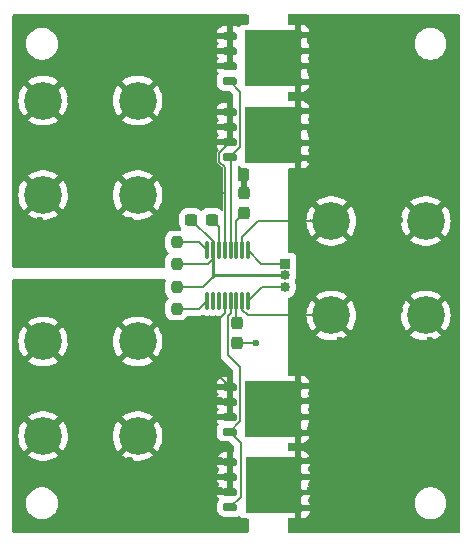
<source format=gbr>
%TF.GenerationSoftware,KiCad,Pcbnew,8.0.1*%
%TF.CreationDate,2024-04-15T20:02:01-07:00*%
%TF.ProjectId,Ideal OR Diode,49646561-6c20-44f5-9220-44696f64652e,1.0*%
%TF.SameCoordinates,Original*%
%TF.FileFunction,Copper,L1,Top*%
%TF.FilePolarity,Positive*%
%FSLAX46Y46*%
G04 Gerber Fmt 4.6, Leading zero omitted, Abs format (unit mm)*
G04 Created by KiCad (PCBNEW 8.0.1) date 2024-04-15 20:02:01*
%MOMM*%
%LPD*%
G01*
G04 APERTURE LIST*
G04 Aperture macros list*
%AMRoundRect*
0 Rectangle with rounded corners*
0 $1 Rounding radius*
0 $2 $3 $4 $5 $6 $7 $8 $9 X,Y pos of 4 corners*
0 Add a 4 corners polygon primitive as box body*
4,1,4,$2,$3,$4,$5,$6,$7,$8,$9,$2,$3,0*
0 Add four circle primitives for the rounded corners*
1,1,$1+$1,$2,$3*
1,1,$1+$1,$4,$5*
1,1,$1+$1,$6,$7*
1,1,$1+$1,$8,$9*
0 Add four rect primitives between the rounded corners*
20,1,$1+$1,$2,$3,$4,$5,0*
20,1,$1+$1,$4,$5,$6,$7,0*
20,1,$1+$1,$6,$7,$8,$9,0*
20,1,$1+$1,$8,$9,$2,$3,0*%
G04 Aperture macros list end*
%TA.AperFunction,ComponentPad*%
%ADD10C,3.200000*%
%TD*%
%TA.AperFunction,SMDPad,CuDef*%
%ADD11RoundRect,0.162500X-0.437500X-0.162500X0.437500X-0.162500X0.437500X0.162500X-0.437500X0.162500X0*%
%TD*%
%TA.AperFunction,SMDPad,CuDef*%
%ADD12R,4.500000X4.700000*%
%TD*%
%TA.AperFunction,SMDPad,CuDef*%
%ADD13RoundRect,0.175000X-0.325000X-0.175000X0.325000X-0.175000X0.325000X0.175000X-0.325000X0.175000X0*%
%TD*%
%TA.AperFunction,SMDPad,CuDef*%
%ADD14RoundRect,0.237500X0.300000X0.237500X-0.300000X0.237500X-0.300000X-0.237500X0.300000X-0.237500X0*%
%TD*%
%TA.AperFunction,SMDPad,CuDef*%
%ADD15RoundRect,0.237500X0.237500X-0.300000X0.237500X0.300000X-0.237500X0.300000X-0.237500X-0.300000X0*%
%TD*%
%TA.AperFunction,ComponentPad*%
%ADD16R,0.850000X0.850000*%
%TD*%
%TA.AperFunction,ComponentPad*%
%ADD17O,0.850000X0.850000*%
%TD*%
%TA.AperFunction,SMDPad,CuDef*%
%ADD18RoundRect,0.237500X-0.237500X0.300000X-0.237500X-0.300000X0.237500X-0.300000X0.237500X0.300000X0*%
%TD*%
%TA.AperFunction,SMDPad,CuDef*%
%ADD19RoundRect,0.237500X0.237500X-0.250000X0.237500X0.250000X-0.237500X0.250000X-0.237500X-0.250000X0*%
%TD*%
%TA.AperFunction,SMDPad,CuDef*%
%ADD20RoundRect,0.237500X-0.237500X0.250000X-0.237500X-0.250000X0.237500X-0.250000X0.237500X0.250000X0*%
%TD*%
%TA.AperFunction,SMDPad,CuDef*%
%ADD21RoundRect,0.075000X0.075000X-0.650000X0.075000X0.650000X-0.075000X0.650000X-0.075000X-0.650000X0*%
%TD*%
%TA.AperFunction,ViaPad*%
%ADD22C,0.600000*%
%TD*%
%TA.AperFunction,Conductor*%
%ADD23C,0.200000*%
%TD*%
%TA.AperFunction,Conductor*%
%ADD24C,0.250000*%
%TD*%
G04 APERTURE END LIST*
D10*
%TO.P,J1,1,Pin_1*%
%TO.N,+12A*%
X117100000Y-89000000D03*
X117100000Y-97000000D03*
X125100000Y-89000000D03*
X125100000Y-97000000D03*
%TD*%
D11*
%TO.P,Q4,1,S*%
%TO.N,+12B*%
X132900000Y-63130000D03*
%TO.P,Q4,2,S*%
X132900000Y-64400000D03*
%TO.P,Q4,3,S*%
X132900000Y-65670000D03*
%TO.P,Q4,4,G*%
%TO.N,Net-(Q2-G)*%
X132900000Y-66940000D03*
D12*
%TO.P,Q4,5,D*%
%TO.N,+12V*%
X136400000Y-65035000D03*
D13*
X138650000Y-63040000D03*
X138650000Y-64370000D03*
X138650000Y-65700000D03*
X138650000Y-67030000D03*
%TD*%
D11*
%TO.P,Q3,1,S*%
%TO.N,+12A*%
X132950000Y-99220000D03*
%TO.P,Q3,2,S*%
X132950000Y-100490000D03*
%TO.P,Q3,3,S*%
X132950000Y-101760000D03*
%TO.P,Q3,4,G*%
%TO.N,Net-(Q1-G)*%
X132950000Y-103030000D03*
D12*
%TO.P,Q3,5,D*%
%TO.N,+12V*%
X136450000Y-101125000D03*
D13*
X138700000Y-99130000D03*
X138700000Y-100460000D03*
X138700000Y-101790000D03*
X138700000Y-103120000D03*
%TD*%
D14*
%TO.P,C2,1*%
%TO.N,Net-(U1-VCC)*%
X131362500Y-78700000D03*
%TO.P,C2,2*%
%TO.N,GND*%
X129637500Y-78700000D03*
%TD*%
D15*
%TO.P,C3,1*%
%TO.N,Net-(U1-CPO1)*%
X134100000Y-78162500D03*
%TO.P,C3,2*%
%TO.N,+12B*%
X134100000Y-76437500D03*
%TD*%
D11*
%TO.P,Q2,1,S*%
%TO.N,+12B*%
X132900000Y-69596000D03*
%TO.P,Q2,2,S*%
X132900000Y-70866000D03*
%TO.P,Q2,3,S*%
X132900000Y-72136000D03*
%TO.P,Q2,4,G*%
%TO.N,Net-(Q2-G)*%
X132900000Y-73406000D03*
D12*
%TO.P,Q2,5,D*%
%TO.N,+12V*%
X136400000Y-71501000D03*
D13*
X138650000Y-69506000D03*
X138650000Y-70836000D03*
X138650000Y-72166000D03*
X138650000Y-73496000D03*
%TD*%
D16*
%TO.P,J4,1,Pin_1*%
%TO.N,Net-(J4-Pin_1)*%
X137600000Y-82400000D03*
D17*
%TO.P,J4,2,Pin_2*%
%TO.N,GND*%
X137600000Y-83400000D03*
%TO.P,J4,3,Pin_3*%
%TO.N,Net-(J4-Pin_3)*%
X137600000Y-84400000D03*
%TD*%
D18*
%TO.P,C1,1*%
%TO.N,Net-(U1-CPO2)*%
X133500000Y-87400000D03*
%TO.P,C1,2*%
%TO.N,+12A*%
X133500000Y-89125000D03*
%TD*%
D19*
%TO.P,R2,1*%
%TO.N,GND*%
X128400000Y-82425000D03*
%TO.P,R2,2*%
%TO.N,Net-(U1-~{EN1})*%
X128400000Y-80600000D03*
%TD*%
D20*
%TO.P,R1,1*%
%TO.N,GND*%
X128400000Y-84400000D03*
%TO.P,R1,2*%
%TO.N,Net-(U1-~{EN2})*%
X128400000Y-86225000D03*
%TD*%
D10*
%TO.P,J3,1,Pin_1*%
%TO.N,+12V*%
X141500000Y-78800000D03*
X141500000Y-86800000D03*
X149500000Y-78800000D03*
X149500000Y-86800000D03*
%TD*%
%TO.P,J2,1,Pin_1*%
%TO.N,+12B*%
X117100000Y-68600000D03*
X117100000Y-76600000D03*
X125100000Y-68600000D03*
X125100000Y-76600000D03*
%TD*%
D21*
%TO.P,U1,1,~{EN2}*%
%TO.N,Net-(U1-~{EN2})*%
X130965000Y-85589000D03*
%TO.P,U1,2,RANGE*%
%TO.N,unconnected-(U1-RANGE-Pad2)*%
X131465000Y-85589000D03*
%TO.P,U1,3,COMP*%
%TO.N,unconnected-(U1-COMP-Pad3)*%
X131965000Y-85589000D03*
%TO.P,U1,4,VIN2*%
%TO.N,+12A*%
X132465000Y-85589000D03*
%TO.P,U1,5,GATE2*%
%TO.N,Net-(Q1-G)*%
X132965000Y-85589000D03*
%TO.P,U1,6,CPO2*%
%TO.N,Net-(U1-CPO2)*%
X133465000Y-85589000D03*
%TO.P,U1,7,OUT2*%
%TO.N,+12V*%
X133965000Y-85589000D03*
%TO.P,U1,8,FETON2*%
%TO.N,Net-(J4-Pin_3)*%
X134465000Y-85589000D03*
%TO.P,U1,9,FETON1*%
%TO.N,Net-(J4-Pin_1)*%
X134465000Y-81289000D03*
%TO.P,U1,10,OUT1*%
%TO.N,+12V*%
X133965000Y-81289000D03*
%TO.P,U1,11,CPO1*%
%TO.N,Net-(U1-CPO1)*%
X133465000Y-81289000D03*
%TO.P,U1,12,GATE1*%
%TO.N,Net-(Q2-G)*%
X132965000Y-81289000D03*
%TO.P,U1,13,VIN1*%
%TO.N,+12B*%
X132465000Y-81289000D03*
%TO.P,U1,14,VCC*%
%TO.N,Net-(U1-VCC)*%
X131965000Y-81289000D03*
%TO.P,U1,15,GND*%
%TO.N,GND*%
X131465000Y-81289000D03*
%TO.P,U1,16,~{EN1}*%
%TO.N,Net-(U1-~{EN1})*%
X130965000Y-81289000D03*
%TD*%
D11*
%TO.P,Q1,1,S*%
%TO.N,+12A*%
X132900000Y-92830000D03*
%TO.P,Q1,2,S*%
X132900000Y-94100000D03*
%TO.P,Q1,3,S*%
X132900000Y-95370000D03*
%TO.P,Q1,4,G*%
%TO.N,Net-(Q1-G)*%
X132900000Y-96640000D03*
D12*
%TO.P,Q1,5,D*%
%TO.N,+12V*%
X136400000Y-94735000D03*
D13*
X138650000Y-92740000D03*
X138650000Y-94070000D03*
X138650000Y-95400000D03*
X138650000Y-96730000D03*
%TD*%
D22*
%TO.N,+12B*%
X134100000Y-75000000D03*
%TO.N,+12A*%
X132080000Y-104140000D03*
X129540000Y-104140000D03*
X127000000Y-104140000D03*
X124460000Y-104140000D03*
X121920000Y-104140000D03*
X119380000Y-104140000D03*
X119380000Y-101600000D03*
X121920000Y-101600000D03*
X124460000Y-101600000D03*
X127000000Y-101600000D03*
X129540000Y-101600000D03*
X132080000Y-101600000D03*
X121920000Y-88900000D03*
X119380000Y-88900000D03*
X124460000Y-91440000D03*
X121920000Y-91440000D03*
X119380000Y-91440000D03*
X116840000Y-91440000D03*
X116840000Y-93980000D03*
X121920000Y-93980000D03*
X119380000Y-93980000D03*
X124460000Y-93980000D03*
X121920000Y-96520000D03*
X119380000Y-96520000D03*
X119380000Y-99060000D03*
X121920000Y-99060000D03*
X124460000Y-99060000D03*
X127000000Y-99060000D03*
X129540000Y-99060000D03*
X132080000Y-99060000D03*
X127000000Y-91440000D03*
X127000000Y-93980000D03*
X129540000Y-96520000D03*
X132080000Y-93980000D03*
X129540000Y-93980000D03*
X129540000Y-91440000D03*
X129540000Y-88900000D03*
X127000000Y-86360000D03*
X124460000Y-86360000D03*
X121920000Y-86360000D03*
X119380000Y-86360000D03*
X116840000Y-86360000D03*
%TO.N,+12V*%
X147320000Y-104140000D03*
X144780000Y-104140000D03*
X142240000Y-101600000D03*
X142240000Y-104140000D03*
X139700000Y-104140000D03*
X139700000Y-101600000D03*
X144780000Y-101600000D03*
X147320000Y-101600000D03*
X149860000Y-99060000D03*
X147320000Y-99060000D03*
X144780000Y-99060000D03*
X142240000Y-99060000D03*
X139700000Y-99060000D03*
X139700000Y-96520000D03*
X142240000Y-96520000D03*
X144780000Y-96520000D03*
X147320000Y-96520000D03*
X149860000Y-96520000D03*
X149860000Y-91440000D03*
X149860000Y-93980000D03*
X147320000Y-93980000D03*
X144780000Y-93980000D03*
X142240000Y-93980000D03*
X139700000Y-93980000D03*
X139700000Y-91440000D03*
X142240000Y-91440000D03*
X144780000Y-91440000D03*
X147320000Y-91440000D03*
X149860000Y-88900000D03*
X147320000Y-88900000D03*
X144780000Y-88900000D03*
X142240000Y-88900000D03*
X139700000Y-88900000D03*
X144780000Y-86360000D03*
X147320000Y-86360000D03*
X149860000Y-83820000D03*
X147320000Y-83820000D03*
X144780000Y-83820000D03*
X142240000Y-83820000D03*
X139700000Y-83820000D03*
X139700000Y-81280000D03*
X142240000Y-81280000D03*
X144780000Y-81280000D03*
X147320000Y-81280000D03*
X149860000Y-81280000D03*
X147320000Y-78740000D03*
X144780000Y-78740000D03*
X139700000Y-76200000D03*
X142240000Y-76200000D03*
X144780000Y-76200000D03*
X147320000Y-76200000D03*
X149860000Y-76200000D03*
X149860000Y-73660000D03*
X147320000Y-73660000D03*
X144780000Y-73660000D03*
X142240000Y-73660000D03*
X139700000Y-73660000D03*
X139700000Y-71120000D03*
X142240000Y-71120000D03*
X144780000Y-71120000D03*
X147320000Y-71120000D03*
X149860000Y-71120000D03*
X149860000Y-68580000D03*
X147320000Y-68580000D03*
X144780000Y-68580000D03*
X142240000Y-68580000D03*
X139700000Y-68580000D03*
X139700000Y-66040000D03*
X142240000Y-66040000D03*
X144780000Y-66040000D03*
X147320000Y-66040000D03*
X149860000Y-66040000D03*
X147320000Y-63500000D03*
X144780000Y-63500000D03*
X142240000Y-63500000D03*
X139700000Y-63500000D03*
%TO.N,+12B*%
X116840000Y-81280000D03*
X119380000Y-81280000D03*
X121920000Y-81280000D03*
X124460000Y-81280000D03*
X127000000Y-81280000D03*
X127000000Y-78740000D03*
X124460000Y-78740000D03*
X121920000Y-78740000D03*
X119380000Y-78740000D03*
X116840000Y-78740000D03*
X119380000Y-76200000D03*
X121920000Y-76200000D03*
X129540000Y-76200000D03*
X129540000Y-73660000D03*
X127000000Y-73660000D03*
X124460000Y-73660000D03*
X121920000Y-73660000D03*
X119380000Y-73660000D03*
X116840000Y-73660000D03*
X116840000Y-71120000D03*
X119380000Y-71120000D03*
X121920000Y-71120000D03*
X124460000Y-71120000D03*
X127000000Y-71120000D03*
X129540000Y-71120000D03*
X119380000Y-68580000D03*
X121920000Y-68580000D03*
X129540000Y-68580000D03*
X129540000Y-66040000D03*
X127000000Y-66040000D03*
X124460000Y-66040000D03*
X121920000Y-66040000D03*
X119380000Y-66040000D03*
X119380000Y-63500000D03*
X121920000Y-63500000D03*
X124460000Y-63500000D03*
X127000000Y-63500000D03*
X129540000Y-63500000D03*
X131700000Y-76400000D03*
%TO.N,+12A*%
X131700000Y-89100000D03*
X135100000Y-89100000D03*
%TD*%
D23*
%TO.N,+12B*%
X134100000Y-76437500D02*
X134100000Y-75000000D01*
%TO.N,+12V*%
X139640000Y-78800000D02*
X135300000Y-78800000D01*
X139700000Y-78740000D02*
X139640000Y-78800000D01*
X139760000Y-78800000D02*
X139700000Y-78740000D01*
%TO.N,Net-(Q1-G)*%
X133800000Y-95740000D02*
X132900000Y-96640000D01*
X133850000Y-97590000D02*
X133850000Y-102130000D01*
X133800000Y-91200000D02*
X133800000Y-95740000D01*
X133850000Y-102130000D02*
X132950000Y-103030000D01*
X132725000Y-86870778D02*
X132725000Y-90125000D01*
X132900000Y-96640000D02*
X133850000Y-97590000D01*
X132965000Y-86630778D02*
X132725000Y-86870778D01*
X132725000Y-90125000D02*
X133800000Y-91200000D01*
X132965000Y-85589000D02*
X132965000Y-86630778D01*
%TO.N,+12B*%
X131400000Y-69600000D02*
X131400000Y-65700000D01*
X131700000Y-76400000D02*
X132465000Y-76400000D01*
X132465000Y-74229576D02*
X132000000Y-73764576D01*
X131430000Y-65670000D02*
X132900000Y-65670000D01*
X132000000Y-73036000D02*
X132900000Y-72136000D01*
X132465000Y-76400000D02*
X132465000Y-74229576D01*
X132465000Y-81289000D02*
X132465000Y-76400000D01*
X131400000Y-65700000D02*
X131430000Y-65670000D01*
X132000000Y-73764576D02*
X132000000Y-73036000D01*
X132896000Y-69600000D02*
X131400000Y-69600000D01*
%TO.N,+12A*%
X131700000Y-87330092D02*
X131700000Y-89100000D01*
X132465000Y-86565092D02*
X131700000Y-87330092D01*
X131700000Y-89100000D02*
X131700000Y-91630000D01*
X131700000Y-91630000D02*
X132900000Y-92830000D01*
X135100000Y-89100000D02*
X133525000Y-89100000D01*
X132465000Y-85589000D02*
X132465000Y-86565092D01*
%TO.N,Net-(Q2-G)*%
X132900000Y-66940000D02*
X133800000Y-67840000D01*
X132965000Y-73471000D02*
X132965000Y-81289000D01*
X133800000Y-67840000D02*
X133800000Y-72506000D01*
X133800000Y-72506000D02*
X132900000Y-73406000D01*
%TO.N,Net-(U1-VCC)*%
X131965000Y-81289000D02*
X131965000Y-79302500D01*
X131965000Y-79302500D02*
X131362500Y-78700000D01*
%TO.N,Net-(U1-CPO2)*%
X133465000Y-85589000D02*
X133465000Y-87365000D01*
%TO.N,Net-(U1-CPO1)*%
X133465000Y-78797500D02*
X134100000Y-78162500D01*
X133465000Y-81289000D02*
X133465000Y-78797500D01*
%TO.N,Net-(U1-~{EN2})*%
X130329000Y-86225000D02*
X130965000Y-85589000D01*
X128400000Y-86225000D02*
X130329000Y-86225000D01*
D24*
%TO.N,GND*%
X131465000Y-82046410D02*
X131465000Y-81289000D01*
X137600000Y-83400000D02*
X131565000Y-83400000D01*
X131465000Y-80531590D02*
X131465000Y-81289000D01*
D23*
X130630000Y-84400000D02*
X128400000Y-84400000D01*
D24*
X131465000Y-83565000D02*
X131465000Y-83300000D01*
D23*
X131565000Y-83400000D02*
X131465000Y-83300000D01*
X131465000Y-83565000D02*
X130630000Y-84400000D01*
D24*
X131465000Y-83300000D02*
X131465000Y-81289000D01*
D23*
X131086410Y-82425000D02*
X131465000Y-82046410D01*
X128400000Y-82425000D02*
X131086410Y-82425000D01*
X129637500Y-78704090D02*
X131465000Y-80531590D01*
%TO.N,Net-(U1-~{EN1})*%
X130965000Y-81289000D02*
X130276000Y-80600000D01*
X130276000Y-80600000D02*
X128400000Y-80600000D01*
%TO.N,Net-(J4-Pin_1)*%
X134465000Y-81289000D02*
X135576000Y-82400000D01*
X135576000Y-82400000D02*
X137600000Y-82400000D01*
%TO.N,+12V*%
X134418590Y-86800000D02*
X141500000Y-86800000D01*
X141500000Y-78800000D02*
X139760000Y-78800000D01*
X135300000Y-78800000D02*
X133965000Y-80135000D01*
X133965000Y-86346410D02*
X134418590Y-86800000D01*
X133965000Y-85589000D02*
X133965000Y-86346410D01*
X133965000Y-80135000D02*
X133965000Y-81289000D01*
%TO.N,Net-(J4-Pin_3)*%
X137600000Y-84400000D02*
X135654000Y-84400000D01*
X135654000Y-84400000D02*
X134465000Y-85589000D01*
%TD*%
%TA.AperFunction,Conductor*%
%TO.N,+12V*%
G36*
X152342539Y-61320185D02*
G01*
X152388294Y-61372989D01*
X152399500Y-61424500D01*
X152399500Y-105075500D01*
X152379815Y-105142539D01*
X152327011Y-105188294D01*
X152275500Y-105199500D01*
X137924000Y-105199500D01*
X137856961Y-105179815D01*
X137811206Y-105127011D01*
X137800000Y-105075500D01*
X137800000Y-104099000D01*
X137819685Y-104031961D01*
X137872489Y-103986206D01*
X137924000Y-103975000D01*
X138450000Y-103975000D01*
X138450000Y-103370000D01*
X138950000Y-103370000D01*
X138950000Y-103969999D01*
X139079565Y-103969999D01*
X139147561Y-103963821D01*
X139147572Y-103963818D01*
X139304060Y-103915055D01*
X139304064Y-103915053D01*
X139444337Y-103830256D01*
X139444342Y-103830252D01*
X139560252Y-103714342D01*
X139560256Y-103714337D01*
X139645052Y-103574065D01*
X139693821Y-103417558D01*
X139698142Y-103370000D01*
X138950000Y-103370000D01*
X138450000Y-103370000D01*
X138450000Y-102040000D01*
X138950000Y-102040000D01*
X138950000Y-102870000D01*
X139698143Y-102870000D01*
X139698142Y-102869999D01*
X139693821Y-102822441D01*
X139688787Y-102806286D01*
X148549500Y-102806286D01*
X148582753Y-103016239D01*
X148648444Y-103218414D01*
X148744951Y-103407820D01*
X148869890Y-103579786D01*
X149020213Y-103730109D01*
X149192179Y-103855048D01*
X149192181Y-103855049D01*
X149192184Y-103855051D01*
X149381588Y-103951557D01*
X149583757Y-104017246D01*
X149793713Y-104050500D01*
X149793714Y-104050500D01*
X150006286Y-104050500D01*
X150006287Y-104050500D01*
X150216243Y-104017246D01*
X150418412Y-103951557D01*
X150607816Y-103855051D01*
X150641949Y-103830252D01*
X150779786Y-103730109D01*
X150779788Y-103730106D01*
X150779792Y-103730104D01*
X150930104Y-103579792D01*
X150930106Y-103579788D01*
X150930109Y-103579786D01*
X151055048Y-103407820D01*
X151055047Y-103407820D01*
X151055051Y-103407816D01*
X151151557Y-103218412D01*
X151217246Y-103016243D01*
X151250500Y-102806287D01*
X151250500Y-102593713D01*
X151217246Y-102383757D01*
X151151557Y-102181588D01*
X151055051Y-101992184D01*
X151055049Y-101992181D01*
X151055048Y-101992179D01*
X150930109Y-101820213D01*
X150779786Y-101669890D01*
X150607820Y-101544951D01*
X150418414Y-101448444D01*
X150418413Y-101448443D01*
X150418412Y-101448443D01*
X150216243Y-101382754D01*
X150216241Y-101382753D01*
X150216240Y-101382753D01*
X150054957Y-101357208D01*
X150006287Y-101349500D01*
X149793713Y-101349500D01*
X149745042Y-101357208D01*
X149583760Y-101382753D01*
X149381585Y-101448444D01*
X149192179Y-101544951D01*
X149020213Y-101669890D01*
X148869890Y-101820213D01*
X148744951Y-101992179D01*
X148648444Y-102181585D01*
X148582753Y-102383760D01*
X148549500Y-102593713D01*
X148549500Y-102806286D01*
X139688787Y-102806286D01*
X139645052Y-102665934D01*
X139556372Y-102519237D01*
X139559252Y-102517495D01*
X139538965Y-102466610D01*
X139552286Y-102398022D01*
X139556789Y-102391015D01*
X139556372Y-102390763D01*
X139645052Y-102244065D01*
X139693821Y-102087558D01*
X139698142Y-102040000D01*
X138950000Y-102040000D01*
X138450000Y-102040000D01*
X138450000Y-100710000D01*
X138950000Y-100710000D01*
X138950000Y-101540000D01*
X139698143Y-101540000D01*
X139698142Y-101539999D01*
X139693821Y-101492441D01*
X139645052Y-101335934D01*
X139556372Y-101189237D01*
X139559252Y-101187495D01*
X139538965Y-101136610D01*
X139552286Y-101068022D01*
X139556789Y-101061015D01*
X139556372Y-101060763D01*
X139645052Y-100914065D01*
X139693821Y-100757558D01*
X139698142Y-100710000D01*
X138950000Y-100710000D01*
X138450000Y-100710000D01*
X138450000Y-99380000D01*
X138950000Y-99380000D01*
X138950000Y-100210000D01*
X139698143Y-100210000D01*
X139698142Y-100209999D01*
X139693821Y-100162441D01*
X139645052Y-100005934D01*
X139556372Y-99859237D01*
X139559252Y-99857495D01*
X139538965Y-99806610D01*
X139552286Y-99738022D01*
X139556789Y-99731015D01*
X139556372Y-99730763D01*
X139645052Y-99584065D01*
X139693821Y-99427558D01*
X139698142Y-99380000D01*
X138950000Y-99380000D01*
X138450000Y-99380000D01*
X138450000Y-98280000D01*
X138950000Y-98280000D01*
X138950000Y-98880000D01*
X139698143Y-98880000D01*
X139698142Y-98879999D01*
X139693821Y-98832441D01*
X139645052Y-98675934D01*
X139560256Y-98535662D01*
X139560252Y-98535657D01*
X139444342Y-98419747D01*
X139444337Y-98419743D01*
X139304065Y-98334947D01*
X139147562Y-98286179D01*
X139079556Y-98280000D01*
X138950000Y-98280000D01*
X138450000Y-98280000D01*
X138450000Y-98275000D01*
X137924000Y-98275000D01*
X137856961Y-98255315D01*
X137811206Y-98202511D01*
X137800000Y-98151000D01*
X137800000Y-97709000D01*
X137819685Y-97641961D01*
X137872489Y-97596206D01*
X137924000Y-97585000D01*
X138400000Y-97585000D01*
X138400000Y-96980000D01*
X138900000Y-96980000D01*
X138900000Y-97579999D01*
X139029565Y-97579999D01*
X139097561Y-97573821D01*
X139097572Y-97573818D01*
X139254060Y-97525055D01*
X139254064Y-97525053D01*
X139394337Y-97440256D01*
X139394342Y-97440252D01*
X139510252Y-97324342D01*
X139510256Y-97324337D01*
X139595052Y-97184065D01*
X139643821Y-97027558D01*
X139648142Y-96980000D01*
X138900000Y-96980000D01*
X138400000Y-96980000D01*
X138400000Y-95650000D01*
X138900000Y-95650000D01*
X138900000Y-96480000D01*
X139648143Y-96480000D01*
X139648142Y-96479999D01*
X139643821Y-96432441D01*
X139595052Y-96275934D01*
X139506372Y-96129237D01*
X139509252Y-96127495D01*
X139488965Y-96076610D01*
X139502286Y-96008022D01*
X139506789Y-96001015D01*
X139506372Y-96000763D01*
X139595052Y-95854065D01*
X139643821Y-95697558D01*
X139648142Y-95650000D01*
X138900000Y-95650000D01*
X138400000Y-95650000D01*
X138400000Y-94320000D01*
X138900000Y-94320000D01*
X138900000Y-95150000D01*
X139648143Y-95150000D01*
X139648142Y-95149999D01*
X139643821Y-95102441D01*
X139595052Y-94945934D01*
X139506372Y-94799237D01*
X139509252Y-94797495D01*
X139488965Y-94746610D01*
X139502286Y-94678022D01*
X139506789Y-94671015D01*
X139506372Y-94670763D01*
X139595052Y-94524065D01*
X139643821Y-94367558D01*
X139648142Y-94320000D01*
X138900000Y-94320000D01*
X138400000Y-94320000D01*
X138400000Y-92990000D01*
X138900000Y-92990000D01*
X138900000Y-93820000D01*
X139648143Y-93820000D01*
X139648142Y-93819999D01*
X139643821Y-93772441D01*
X139595052Y-93615934D01*
X139506372Y-93469237D01*
X139509252Y-93467495D01*
X139488965Y-93416610D01*
X139502286Y-93348022D01*
X139506789Y-93341015D01*
X139506372Y-93340763D01*
X139595052Y-93194065D01*
X139643821Y-93037558D01*
X139648142Y-92990000D01*
X138900000Y-92990000D01*
X138400000Y-92990000D01*
X138400000Y-91890000D01*
X138900000Y-91890000D01*
X138900000Y-92490000D01*
X139648143Y-92490000D01*
X139648142Y-92489999D01*
X139643821Y-92442441D01*
X139595052Y-92285934D01*
X139510256Y-92145662D01*
X139510252Y-92145657D01*
X139394342Y-92029747D01*
X139394337Y-92029743D01*
X139254065Y-91944947D01*
X139097562Y-91896179D01*
X139029556Y-91890000D01*
X138900000Y-91890000D01*
X138400000Y-91890000D01*
X138400000Y-91885000D01*
X137924000Y-91885000D01*
X137856961Y-91865315D01*
X137811206Y-91812511D01*
X137800000Y-91761000D01*
X137800000Y-86800000D01*
X139395093Y-86800000D01*
X139414697Y-87086618D01*
X139414698Y-87086619D01*
X139473145Y-87367885D01*
X139473150Y-87367902D01*
X139569355Y-87638595D01*
X139701527Y-87893677D01*
X139701531Y-87893683D01*
X139846867Y-88099576D01*
X139846868Y-88099577D01*
X140784152Y-87162292D01*
X140791049Y-87178942D01*
X140878599Y-87309970D01*
X140990030Y-87421401D01*
X141121058Y-87508951D01*
X141137705Y-87515846D01*
X140202198Y-88451353D01*
X140286144Y-88519647D01*
X140286146Y-88519648D01*
X140531607Y-88668917D01*
X140795108Y-88783371D01*
X141071737Y-88860879D01*
X141071744Y-88860880D01*
X141356355Y-88900000D01*
X141643645Y-88900000D01*
X141928255Y-88860880D01*
X141928262Y-88860879D01*
X142204891Y-88783371D01*
X142468392Y-88668917D01*
X142713854Y-88519648D01*
X142797800Y-88451353D01*
X141862294Y-87515846D01*
X141878942Y-87508951D01*
X142009970Y-87421401D01*
X142121401Y-87309970D01*
X142208951Y-87178942D01*
X142215846Y-87162293D01*
X143153130Y-88099576D01*
X143153131Y-88099576D01*
X143298472Y-87893676D01*
X143430644Y-87638595D01*
X143526849Y-87367902D01*
X143526854Y-87367885D01*
X143585301Y-87086619D01*
X143585302Y-87086618D01*
X143604906Y-86800000D01*
X147395093Y-86800000D01*
X147414697Y-87086618D01*
X147414698Y-87086619D01*
X147473145Y-87367885D01*
X147473150Y-87367902D01*
X147569355Y-87638595D01*
X147701527Y-87893677D01*
X147701531Y-87893683D01*
X147846867Y-88099576D01*
X147846868Y-88099577D01*
X148784152Y-87162292D01*
X148791049Y-87178942D01*
X148878599Y-87309970D01*
X148990030Y-87421401D01*
X149121058Y-87508951D01*
X149137705Y-87515846D01*
X148202198Y-88451353D01*
X148286144Y-88519647D01*
X148286146Y-88519648D01*
X148531607Y-88668917D01*
X148795108Y-88783371D01*
X149071737Y-88860879D01*
X149071744Y-88860880D01*
X149356355Y-88900000D01*
X149643645Y-88900000D01*
X149928255Y-88860880D01*
X149928262Y-88860879D01*
X150204891Y-88783371D01*
X150468392Y-88668917D01*
X150713854Y-88519648D01*
X150797800Y-88451353D01*
X149862294Y-87515846D01*
X149878942Y-87508951D01*
X150009970Y-87421401D01*
X150121401Y-87309970D01*
X150208951Y-87178942D01*
X150215846Y-87162293D01*
X151153130Y-88099576D01*
X151153131Y-88099576D01*
X151298472Y-87893676D01*
X151430644Y-87638595D01*
X151526849Y-87367902D01*
X151526854Y-87367885D01*
X151585301Y-87086619D01*
X151585302Y-87086618D01*
X151604906Y-86800000D01*
X151585302Y-86513381D01*
X151585301Y-86513380D01*
X151526854Y-86232114D01*
X151526849Y-86232097D01*
X151430644Y-85961404D01*
X151298472Y-85706323D01*
X151153130Y-85500422D01*
X150215846Y-86437705D01*
X150208951Y-86421058D01*
X150121401Y-86290030D01*
X150009970Y-86178599D01*
X149878942Y-86091049D01*
X149862293Y-86084152D01*
X150797800Y-85148645D01*
X150713862Y-85080357D01*
X150713853Y-85080351D01*
X150468392Y-84931082D01*
X150204891Y-84816628D01*
X149928262Y-84739120D01*
X149928255Y-84739119D01*
X149643645Y-84700000D01*
X149356355Y-84700000D01*
X149071744Y-84739119D01*
X149071737Y-84739120D01*
X148795108Y-84816628D01*
X148531610Y-84931081D01*
X148286140Y-85080355D01*
X148286137Y-85080357D01*
X148202199Y-85148645D01*
X149137706Y-86084152D01*
X149121058Y-86091049D01*
X148990030Y-86178599D01*
X148878599Y-86290030D01*
X148791049Y-86421058D01*
X148784153Y-86437706D01*
X147846868Y-85500421D01*
X147846867Y-85500421D01*
X147701531Y-85706316D01*
X147701527Y-85706322D01*
X147569355Y-85961404D01*
X147473150Y-86232097D01*
X147473145Y-86232114D01*
X147414698Y-86513380D01*
X147414697Y-86513381D01*
X147395093Y-86800000D01*
X143604906Y-86800000D01*
X143585302Y-86513381D01*
X143585301Y-86513380D01*
X143526854Y-86232114D01*
X143526849Y-86232097D01*
X143430644Y-85961404D01*
X143298472Y-85706323D01*
X143153130Y-85500422D01*
X142215846Y-86437705D01*
X142208951Y-86421058D01*
X142121401Y-86290030D01*
X142009970Y-86178599D01*
X141878942Y-86091049D01*
X141862293Y-86084152D01*
X142797800Y-85148645D01*
X142713862Y-85080357D01*
X142713853Y-85080351D01*
X142468392Y-84931082D01*
X142204891Y-84816628D01*
X141928262Y-84739120D01*
X141928255Y-84739119D01*
X141643645Y-84700000D01*
X141356355Y-84700000D01*
X141071744Y-84739119D01*
X141071737Y-84739120D01*
X140795108Y-84816628D01*
X140531610Y-84931081D01*
X140286140Y-85080355D01*
X140286137Y-85080357D01*
X140202199Y-85148645D01*
X141137706Y-86084152D01*
X141121058Y-86091049D01*
X140990030Y-86178599D01*
X140878599Y-86290030D01*
X140791049Y-86421058D01*
X140784153Y-86437706D01*
X139846868Y-85500421D01*
X139846867Y-85500421D01*
X139701531Y-85706316D01*
X139701527Y-85706322D01*
X139569355Y-85961404D01*
X139473150Y-86232097D01*
X139473145Y-86232114D01*
X139414698Y-86513380D01*
X139414697Y-86513381D01*
X139395093Y-86800000D01*
X137800000Y-86800000D01*
X137800000Y-85403595D01*
X137819685Y-85336556D01*
X137872489Y-85290801D01*
X137885692Y-85285661D01*
X137887562Y-85285052D01*
X137887571Y-85285051D01*
X138065299Y-85205922D01*
X138222692Y-85091569D01*
X138232788Y-85080357D01*
X138250895Y-85060245D01*
X138352870Y-84946992D01*
X138450144Y-84778508D01*
X138510262Y-84593482D01*
X138530598Y-84400000D01*
X138510262Y-84206518D01*
X138450144Y-84021492D01*
X138415795Y-83961999D01*
X138399322Y-83894101D01*
X138415795Y-83838001D01*
X138450144Y-83778508D01*
X138510262Y-83593482D01*
X138530598Y-83400000D01*
X138510262Y-83206518D01*
X138480150Y-83113844D01*
X138478156Y-83044006D01*
X138481895Y-83032210D01*
X138519091Y-82932483D01*
X138525500Y-82872873D01*
X138525499Y-81927128D01*
X138519091Y-81867517D01*
X138493722Y-81799500D01*
X138468797Y-81732671D01*
X138468793Y-81732664D01*
X138382547Y-81617455D01*
X138382544Y-81617452D01*
X138267335Y-81531206D01*
X138267328Y-81531202D01*
X138132482Y-81480908D01*
X138132483Y-81480908D01*
X138072883Y-81474501D01*
X138072881Y-81474500D01*
X138072873Y-81474500D01*
X138072865Y-81474500D01*
X137924000Y-81474500D01*
X137856961Y-81454815D01*
X137811206Y-81402011D01*
X137800000Y-81350500D01*
X137800000Y-78800000D01*
X139395093Y-78800000D01*
X139414697Y-79086618D01*
X139414698Y-79086619D01*
X139473145Y-79367885D01*
X139473150Y-79367902D01*
X139569355Y-79638595D01*
X139701527Y-79893677D01*
X139701531Y-79893683D01*
X139846867Y-80099576D01*
X139846868Y-80099577D01*
X140784152Y-79162292D01*
X140791049Y-79178942D01*
X140878599Y-79309970D01*
X140990030Y-79421401D01*
X141121058Y-79508951D01*
X141137705Y-79515846D01*
X140202198Y-80451353D01*
X140286144Y-80519647D01*
X140286146Y-80519648D01*
X140531607Y-80668917D01*
X140795108Y-80783371D01*
X141071737Y-80860879D01*
X141071744Y-80860880D01*
X141356355Y-80900000D01*
X141643645Y-80900000D01*
X141928255Y-80860880D01*
X141928262Y-80860879D01*
X142204891Y-80783371D01*
X142468392Y-80668917D01*
X142713854Y-80519648D01*
X142797800Y-80451353D01*
X141862294Y-79515846D01*
X141878942Y-79508951D01*
X142009970Y-79421401D01*
X142121401Y-79309970D01*
X142208951Y-79178942D01*
X142215846Y-79162293D01*
X143153130Y-80099576D01*
X143153131Y-80099576D01*
X143298472Y-79893676D01*
X143430644Y-79638595D01*
X143526849Y-79367902D01*
X143526854Y-79367885D01*
X143585301Y-79086619D01*
X143585302Y-79086618D01*
X143604906Y-78800000D01*
X147395093Y-78800000D01*
X147414697Y-79086618D01*
X147414698Y-79086619D01*
X147473145Y-79367885D01*
X147473150Y-79367902D01*
X147569355Y-79638595D01*
X147701527Y-79893677D01*
X147701531Y-79893683D01*
X147846867Y-80099576D01*
X147846868Y-80099577D01*
X148784152Y-79162292D01*
X148791049Y-79178942D01*
X148878599Y-79309970D01*
X148990030Y-79421401D01*
X149121058Y-79508951D01*
X149137705Y-79515846D01*
X148202198Y-80451353D01*
X148286144Y-80519647D01*
X148286146Y-80519648D01*
X148531607Y-80668917D01*
X148795108Y-80783371D01*
X149071737Y-80860879D01*
X149071744Y-80860880D01*
X149356355Y-80900000D01*
X149643645Y-80900000D01*
X149928255Y-80860880D01*
X149928262Y-80860879D01*
X150204891Y-80783371D01*
X150468392Y-80668917D01*
X150713854Y-80519648D01*
X150797800Y-80451353D01*
X149862294Y-79515846D01*
X149878942Y-79508951D01*
X150009970Y-79421401D01*
X150121401Y-79309970D01*
X150208951Y-79178942D01*
X150215846Y-79162293D01*
X151153130Y-80099576D01*
X151153131Y-80099576D01*
X151298472Y-79893676D01*
X151430644Y-79638595D01*
X151526849Y-79367902D01*
X151526854Y-79367885D01*
X151585301Y-79086619D01*
X151585302Y-79086618D01*
X151604906Y-78800000D01*
X151585302Y-78513381D01*
X151585301Y-78513380D01*
X151526854Y-78232114D01*
X151526849Y-78232097D01*
X151430644Y-77961404D01*
X151298472Y-77706323D01*
X151153130Y-77500422D01*
X150215846Y-78437705D01*
X150208951Y-78421058D01*
X150121401Y-78290030D01*
X150009970Y-78178599D01*
X149878942Y-78091049D01*
X149862293Y-78084152D01*
X150797800Y-77148645D01*
X150713862Y-77080357D01*
X150713853Y-77080351D01*
X150468392Y-76931082D01*
X150204891Y-76816628D01*
X149928262Y-76739120D01*
X149928255Y-76739119D01*
X149643645Y-76700000D01*
X149356355Y-76700000D01*
X149071744Y-76739119D01*
X149071737Y-76739120D01*
X148795108Y-76816628D01*
X148531610Y-76931081D01*
X148286140Y-77080355D01*
X148286137Y-77080357D01*
X148202199Y-77148645D01*
X149137706Y-78084152D01*
X149121058Y-78091049D01*
X148990030Y-78178599D01*
X148878599Y-78290030D01*
X148791049Y-78421058D01*
X148784153Y-78437706D01*
X147846868Y-77500421D01*
X147846867Y-77500421D01*
X147701531Y-77706316D01*
X147701527Y-77706322D01*
X147569355Y-77961404D01*
X147473150Y-78232097D01*
X147473145Y-78232114D01*
X147414698Y-78513380D01*
X147414697Y-78513381D01*
X147395093Y-78800000D01*
X143604906Y-78800000D01*
X143585302Y-78513381D01*
X143585301Y-78513380D01*
X143526854Y-78232114D01*
X143526849Y-78232097D01*
X143430644Y-77961404D01*
X143298472Y-77706323D01*
X143153130Y-77500422D01*
X142215846Y-78437705D01*
X142208951Y-78421058D01*
X142121401Y-78290030D01*
X142009970Y-78178599D01*
X141878942Y-78091049D01*
X141862293Y-78084152D01*
X142797800Y-77148645D01*
X142713862Y-77080357D01*
X142713853Y-77080351D01*
X142468392Y-76931082D01*
X142204891Y-76816628D01*
X141928262Y-76739120D01*
X141928255Y-76739119D01*
X141643645Y-76700000D01*
X141356355Y-76700000D01*
X141071744Y-76739119D01*
X141071737Y-76739120D01*
X140795108Y-76816628D01*
X140531610Y-76931081D01*
X140286140Y-77080355D01*
X140286137Y-77080357D01*
X140202199Y-77148645D01*
X141137706Y-78084152D01*
X141121058Y-78091049D01*
X140990030Y-78178599D01*
X140878599Y-78290030D01*
X140791049Y-78421058D01*
X140784153Y-78437706D01*
X139846868Y-77500421D01*
X139846867Y-77500421D01*
X139701531Y-77706316D01*
X139701527Y-77706322D01*
X139569355Y-77961404D01*
X139473150Y-78232097D01*
X139473145Y-78232114D01*
X139414698Y-78513380D01*
X139414697Y-78513381D01*
X139395093Y-78800000D01*
X137800000Y-78800000D01*
X137800000Y-74475000D01*
X137819685Y-74407961D01*
X137872489Y-74362206D01*
X137924000Y-74351000D01*
X138400000Y-74351000D01*
X138400000Y-73746000D01*
X138900000Y-73746000D01*
X138900000Y-74345999D01*
X139029565Y-74345999D01*
X139097561Y-74339821D01*
X139097572Y-74339818D01*
X139254060Y-74291055D01*
X139254064Y-74291053D01*
X139394337Y-74206256D01*
X139394342Y-74206252D01*
X139510252Y-74090342D01*
X139510256Y-74090337D01*
X139595052Y-73950065D01*
X139643821Y-73793558D01*
X139648142Y-73746000D01*
X138900000Y-73746000D01*
X138400000Y-73746000D01*
X138400000Y-72416000D01*
X138900000Y-72416000D01*
X138900000Y-73246000D01*
X139648143Y-73246000D01*
X139648142Y-73245999D01*
X139643821Y-73198441D01*
X139595052Y-73041934D01*
X139506372Y-72895237D01*
X139509252Y-72893495D01*
X139488965Y-72842610D01*
X139502286Y-72774022D01*
X139506789Y-72767015D01*
X139506372Y-72766763D01*
X139595052Y-72620065D01*
X139643821Y-72463558D01*
X139648142Y-72416000D01*
X138900000Y-72416000D01*
X138400000Y-72416000D01*
X138400000Y-71086000D01*
X138900000Y-71086000D01*
X138900000Y-71916000D01*
X139648143Y-71916000D01*
X139648142Y-71915999D01*
X139643821Y-71868441D01*
X139595052Y-71711934D01*
X139506372Y-71565237D01*
X139509252Y-71563495D01*
X139488965Y-71512610D01*
X139502286Y-71444022D01*
X139506789Y-71437015D01*
X139506372Y-71436763D01*
X139595052Y-71290065D01*
X139643821Y-71133558D01*
X139648142Y-71086000D01*
X138900000Y-71086000D01*
X138400000Y-71086000D01*
X138400000Y-69756000D01*
X138900000Y-69756000D01*
X138900000Y-70586000D01*
X139648143Y-70586000D01*
X139648142Y-70585999D01*
X139643821Y-70538441D01*
X139595052Y-70381934D01*
X139506372Y-70235237D01*
X139509252Y-70233495D01*
X139488965Y-70182610D01*
X139502286Y-70114022D01*
X139506789Y-70107015D01*
X139506372Y-70106763D01*
X139595052Y-69960065D01*
X139643821Y-69803558D01*
X139648142Y-69756000D01*
X138900000Y-69756000D01*
X138400000Y-69756000D01*
X138400000Y-68656000D01*
X138900000Y-68656000D01*
X138900000Y-69256000D01*
X139648143Y-69256000D01*
X139648142Y-69255999D01*
X139643821Y-69208441D01*
X139595052Y-69051934D01*
X139510256Y-68911662D01*
X139510252Y-68911657D01*
X139394342Y-68795747D01*
X139394337Y-68795743D01*
X139254065Y-68710947D01*
X139097562Y-68662179D01*
X139029556Y-68656000D01*
X138900000Y-68656000D01*
X138400000Y-68656000D01*
X138400000Y-68651000D01*
X137924000Y-68651000D01*
X137856961Y-68631315D01*
X137811206Y-68578511D01*
X137800000Y-68527000D01*
X137800000Y-68009000D01*
X137819685Y-67941961D01*
X137872489Y-67896206D01*
X137924000Y-67885000D01*
X138400000Y-67885000D01*
X138400000Y-67280000D01*
X138900000Y-67280000D01*
X138900000Y-67879999D01*
X139029565Y-67879999D01*
X139097561Y-67873821D01*
X139097572Y-67873818D01*
X139254060Y-67825055D01*
X139254064Y-67825053D01*
X139394337Y-67740256D01*
X139394342Y-67740252D01*
X139510252Y-67624342D01*
X139510256Y-67624337D01*
X139595052Y-67484065D01*
X139643821Y-67327558D01*
X139648142Y-67280000D01*
X138900000Y-67280000D01*
X138400000Y-67280000D01*
X138400000Y-65950000D01*
X138900000Y-65950000D01*
X138900000Y-66780000D01*
X139648143Y-66780000D01*
X139648142Y-66779999D01*
X139643821Y-66732441D01*
X139595052Y-66575934D01*
X139506372Y-66429237D01*
X139509252Y-66427495D01*
X139488965Y-66376610D01*
X139502286Y-66308022D01*
X139506789Y-66301015D01*
X139506372Y-66300763D01*
X139595052Y-66154065D01*
X139643821Y-65997558D01*
X139648142Y-65950000D01*
X138900000Y-65950000D01*
X138400000Y-65950000D01*
X138400000Y-64620000D01*
X138900000Y-64620000D01*
X138900000Y-65450000D01*
X139648143Y-65450000D01*
X139648142Y-65449999D01*
X139643821Y-65402441D01*
X139595052Y-65245934D01*
X139506372Y-65099237D01*
X139509252Y-65097495D01*
X139488965Y-65046610D01*
X139502286Y-64978022D01*
X139506789Y-64971015D01*
X139506372Y-64970763D01*
X139595052Y-64824065D01*
X139643821Y-64667558D01*
X139648142Y-64620000D01*
X138900000Y-64620000D01*
X138400000Y-64620000D01*
X138400000Y-63290000D01*
X138900000Y-63290000D01*
X138900000Y-64120000D01*
X139648143Y-64120000D01*
X139648142Y-64119999D01*
X139643821Y-64072441D01*
X139595052Y-63915934D01*
X139589220Y-63906287D01*
X148549500Y-63906287D01*
X148582754Y-64116243D01*
X148583974Y-64119999D01*
X148648444Y-64318414D01*
X148744951Y-64507820D01*
X148869890Y-64679786D01*
X149020213Y-64830109D01*
X149192179Y-64955048D01*
X149192181Y-64955049D01*
X149192184Y-64955051D01*
X149381588Y-65051557D01*
X149583757Y-65117246D01*
X149793713Y-65150500D01*
X149793714Y-65150500D01*
X150006286Y-65150500D01*
X150006287Y-65150500D01*
X150216243Y-65117246D01*
X150418412Y-65051557D01*
X150607816Y-64955051D01*
X150629789Y-64939086D01*
X150779786Y-64830109D01*
X150779788Y-64830106D01*
X150779792Y-64830104D01*
X150930104Y-64679792D01*
X150930106Y-64679788D01*
X150930109Y-64679786D01*
X151055048Y-64507820D01*
X151055047Y-64507820D01*
X151055051Y-64507816D01*
X151151557Y-64318412D01*
X151217246Y-64116243D01*
X151250500Y-63906287D01*
X151250500Y-63693713D01*
X151217246Y-63483757D01*
X151151557Y-63281588D01*
X151055051Y-63092184D01*
X151055049Y-63092181D01*
X151055048Y-63092179D01*
X150930109Y-62920213D01*
X150779786Y-62769890D01*
X150607820Y-62644951D01*
X150418414Y-62548444D01*
X150418413Y-62548443D01*
X150418412Y-62548443D01*
X150216243Y-62482754D01*
X150216241Y-62482753D01*
X150216240Y-62482753D01*
X150054957Y-62457208D01*
X150006287Y-62449500D01*
X149793713Y-62449500D01*
X149745042Y-62457208D01*
X149583760Y-62482753D01*
X149381585Y-62548444D01*
X149192179Y-62644951D01*
X149020213Y-62769890D01*
X148869890Y-62920213D01*
X148744951Y-63092179D01*
X148648444Y-63281585D01*
X148582753Y-63483760D01*
X148556737Y-63648022D01*
X148549500Y-63693713D01*
X148549500Y-63906287D01*
X139589220Y-63906287D01*
X139506372Y-63769237D01*
X139509252Y-63767495D01*
X139488965Y-63716610D01*
X139502286Y-63648022D01*
X139506789Y-63641015D01*
X139506372Y-63640763D01*
X139595052Y-63494065D01*
X139643821Y-63337558D01*
X139648142Y-63290000D01*
X138900000Y-63290000D01*
X138400000Y-63290000D01*
X138400000Y-62190000D01*
X138900000Y-62190000D01*
X138900000Y-62790000D01*
X139648143Y-62790000D01*
X139648142Y-62789999D01*
X139643821Y-62742441D01*
X139595052Y-62585934D01*
X139510256Y-62445662D01*
X139510252Y-62445657D01*
X139394342Y-62329747D01*
X139394337Y-62329743D01*
X139254065Y-62244947D01*
X139097562Y-62196179D01*
X139029556Y-62190000D01*
X138900000Y-62190000D01*
X138400000Y-62190000D01*
X138400000Y-62185000D01*
X137924000Y-62185000D01*
X137856961Y-62165315D01*
X137811206Y-62112511D01*
X137800000Y-62061000D01*
X137800000Y-61424500D01*
X137819685Y-61357461D01*
X137872489Y-61311706D01*
X137924000Y-61300500D01*
X152275500Y-61300500D01*
X152342539Y-61320185D01*
G37*
%TD.AperFunction*%
%TD*%
%TA.AperFunction,Conductor*%
%TO.N,+12B*%
G36*
X134443039Y-61320185D02*
G01*
X134488794Y-61372989D01*
X134500000Y-61424500D01*
X134500000Y-62060500D01*
X134480315Y-62127539D01*
X134427511Y-62173294D01*
X134376000Y-62184500D01*
X134102130Y-62184500D01*
X134102123Y-62184501D01*
X134042516Y-62190908D01*
X133907671Y-62241202D01*
X133907664Y-62241206D01*
X133792457Y-62327451D01*
X133792449Y-62327459D01*
X133787126Y-62334570D01*
X133731192Y-62376440D01*
X133661500Y-62381423D01*
X133623712Y-62366374D01*
X133611398Y-62358930D01*
X133457792Y-62311065D01*
X133391043Y-62305000D01*
X133150000Y-62305000D01*
X133150000Y-65796000D01*
X133130315Y-65863039D01*
X133077511Y-65908794D01*
X133026000Y-65920000D01*
X131803085Y-65920000D01*
X131806064Y-65952792D01*
X131806067Y-65952802D01*
X131853927Y-66106392D01*
X131934918Y-66240366D01*
X131952754Y-66307920D01*
X131934918Y-66368666D01*
X131853469Y-66503397D01*
X131805569Y-66657116D01*
X131799500Y-66723911D01*
X131799500Y-67156098D01*
X131805568Y-67222882D01*
X131805571Y-67222893D01*
X131853467Y-67376598D01*
X131853468Y-67376600D01*
X131853469Y-67376602D01*
X131923522Y-67492483D01*
X131936766Y-67514391D01*
X132050608Y-67628233D01*
X132050610Y-67628234D01*
X132050612Y-67628236D01*
X132188398Y-67711531D01*
X132342113Y-67759430D01*
X132408909Y-67765500D01*
X132824902Y-67765499D01*
X132891941Y-67785183D01*
X132912583Y-67801818D01*
X133163181Y-68052416D01*
X133196666Y-68113739D01*
X133199500Y-68140097D01*
X133199500Y-68670138D01*
X133179815Y-68737177D01*
X133163181Y-68757819D01*
X133150000Y-68771000D01*
X133150000Y-72255401D01*
X133130315Y-72322440D01*
X133113688Y-72343076D01*
X133107090Y-72349675D01*
X133045769Y-72383164D01*
X133019402Y-72386000D01*
X131803085Y-72386000D01*
X131806064Y-72418792D01*
X131806067Y-72418802D01*
X131853927Y-72572392D01*
X131934918Y-72706366D01*
X131952754Y-72773920D01*
X131934918Y-72834666D01*
X131853469Y-72969397D01*
X131805569Y-73123116D01*
X131799500Y-73189911D01*
X131799500Y-73622098D01*
X131805568Y-73688882D01*
X131805571Y-73688893D01*
X131853467Y-73842598D01*
X131853468Y-73842600D01*
X131853469Y-73842602D01*
X131923522Y-73958483D01*
X131936766Y-73980391D01*
X132050608Y-74094233D01*
X132050610Y-74094234D01*
X132050612Y-74094236D01*
X132188398Y-74177531D01*
X132277392Y-74205262D01*
X132335538Y-74243999D01*
X132363512Y-74308024D01*
X132364500Y-74323647D01*
X132364500Y-77821448D01*
X132344815Y-77888487D01*
X132292011Y-77934242D01*
X132222853Y-77944186D01*
X132159297Y-77915161D01*
X132152819Y-77909129D01*
X132123351Y-77879661D01*
X132123350Y-77879660D01*
X131976516Y-77789092D01*
X131812753Y-77734826D01*
X131812751Y-77734825D01*
X131711678Y-77724500D01*
X131013330Y-77724500D01*
X131013312Y-77724501D01*
X130912247Y-77734825D01*
X130748484Y-77789092D01*
X130748481Y-77789093D01*
X130601648Y-77879661D01*
X130587681Y-77893629D01*
X130526358Y-77927114D01*
X130456666Y-77922130D01*
X130412319Y-77893629D01*
X130398351Y-77879661D01*
X130398350Y-77879660D01*
X130251516Y-77789092D01*
X130087753Y-77734826D01*
X130087751Y-77734825D01*
X129986678Y-77724500D01*
X129288330Y-77724500D01*
X129288312Y-77724501D01*
X129187247Y-77734825D01*
X129023484Y-77789092D01*
X129023481Y-77789093D01*
X128876648Y-77879661D01*
X128754661Y-78001648D01*
X128664093Y-78148481D01*
X128664092Y-78148484D01*
X128609826Y-78312247D01*
X128609826Y-78312248D01*
X128609825Y-78312248D01*
X128599500Y-78413315D01*
X128599500Y-78986669D01*
X128599501Y-78986687D01*
X128609825Y-79087752D01*
X128664092Y-79251515D01*
X128664093Y-79251518D01*
X128754661Y-79398351D01*
X128756629Y-79400319D01*
X128757548Y-79402002D01*
X128759138Y-79404013D01*
X128758794Y-79404284D01*
X128790114Y-79461642D01*
X128785130Y-79531334D01*
X128743258Y-79587267D01*
X128677794Y-79611684D01*
X128668948Y-79612000D01*
X128113330Y-79612000D01*
X128113312Y-79612001D01*
X128012247Y-79622325D01*
X127848484Y-79676592D01*
X127848481Y-79676593D01*
X127701648Y-79767161D01*
X127579661Y-79889148D01*
X127489093Y-80035981D01*
X127489092Y-80035984D01*
X127434826Y-80199747D01*
X127434826Y-80199748D01*
X127434825Y-80199748D01*
X127424500Y-80300815D01*
X127424500Y-80899169D01*
X127424501Y-80899187D01*
X127434825Y-81000252D01*
X127489092Y-81164015D01*
X127489093Y-81164018D01*
X127519108Y-81212679D01*
X127579659Y-81310849D01*
X127579661Y-81310851D01*
X127693629Y-81424819D01*
X127727114Y-81486142D01*
X127722130Y-81555834D01*
X127693629Y-81600181D01*
X127579661Y-81714148D01*
X127489093Y-81860981D01*
X127489092Y-81860984D01*
X127434826Y-82024747D01*
X127434826Y-82024748D01*
X127434825Y-82024748D01*
X127424500Y-82125815D01*
X127424500Y-82125823D01*
X127424500Y-82416159D01*
X127424501Y-82676000D01*
X127404817Y-82743039D01*
X127352013Y-82788794D01*
X127300501Y-82800000D01*
X114624500Y-82800000D01*
X114557461Y-82780315D01*
X114511706Y-82727511D01*
X114500500Y-82676000D01*
X114500500Y-76600000D01*
X114995093Y-76600000D01*
X115014697Y-76886618D01*
X115014698Y-76886619D01*
X115073145Y-77167885D01*
X115073150Y-77167902D01*
X115169355Y-77438595D01*
X115301527Y-77693677D01*
X115301531Y-77693683D01*
X115446867Y-77899576D01*
X115446868Y-77899577D01*
X116384152Y-76962292D01*
X116391049Y-76978942D01*
X116478599Y-77109970D01*
X116590030Y-77221401D01*
X116721058Y-77308951D01*
X116737705Y-77315846D01*
X115802198Y-78251353D01*
X115886144Y-78319647D01*
X115886146Y-78319648D01*
X116131607Y-78468917D01*
X116395108Y-78583371D01*
X116671737Y-78660879D01*
X116671744Y-78660880D01*
X116956355Y-78700000D01*
X117243645Y-78700000D01*
X117528255Y-78660880D01*
X117528262Y-78660879D01*
X117804891Y-78583371D01*
X118068392Y-78468917D01*
X118313854Y-78319648D01*
X118397800Y-78251353D01*
X117462294Y-77315846D01*
X117478942Y-77308951D01*
X117609970Y-77221401D01*
X117721401Y-77109970D01*
X117808951Y-76978942D01*
X117815846Y-76962293D01*
X118753130Y-77899576D01*
X118753131Y-77899576D01*
X118898472Y-77693676D01*
X119030644Y-77438595D01*
X119126849Y-77167902D01*
X119126854Y-77167885D01*
X119185301Y-76886619D01*
X119185302Y-76886618D01*
X119204906Y-76600000D01*
X122995093Y-76600000D01*
X123014697Y-76886618D01*
X123014698Y-76886619D01*
X123073145Y-77167885D01*
X123073150Y-77167902D01*
X123169355Y-77438595D01*
X123301527Y-77693677D01*
X123301531Y-77693683D01*
X123446867Y-77899576D01*
X123446868Y-77899577D01*
X124384152Y-76962292D01*
X124391049Y-76978942D01*
X124478599Y-77109970D01*
X124590030Y-77221401D01*
X124721058Y-77308951D01*
X124737705Y-77315846D01*
X123802198Y-78251353D01*
X123886144Y-78319647D01*
X123886146Y-78319648D01*
X124131607Y-78468917D01*
X124395108Y-78583371D01*
X124671737Y-78660879D01*
X124671744Y-78660880D01*
X124956355Y-78700000D01*
X125243645Y-78700000D01*
X125528255Y-78660880D01*
X125528262Y-78660879D01*
X125804891Y-78583371D01*
X126068392Y-78468917D01*
X126313854Y-78319648D01*
X126397800Y-78251353D01*
X125462294Y-77315846D01*
X125478942Y-77308951D01*
X125609970Y-77221401D01*
X125721401Y-77109970D01*
X125808951Y-76978942D01*
X125815846Y-76962293D01*
X126753130Y-77899576D01*
X126753131Y-77899576D01*
X126898472Y-77693676D01*
X127030644Y-77438595D01*
X127126849Y-77167902D01*
X127126854Y-77167885D01*
X127185301Y-76886619D01*
X127185302Y-76886618D01*
X127204906Y-76600000D01*
X127185302Y-76313381D01*
X127185301Y-76313380D01*
X127126854Y-76032114D01*
X127126849Y-76032097D01*
X127030644Y-75761404D01*
X126898472Y-75506323D01*
X126753130Y-75300422D01*
X125815846Y-76237705D01*
X125808951Y-76221058D01*
X125721401Y-76090030D01*
X125609970Y-75978599D01*
X125478942Y-75891049D01*
X125462293Y-75884152D01*
X126397800Y-74948645D01*
X126313862Y-74880357D01*
X126313853Y-74880351D01*
X126068392Y-74731082D01*
X125804891Y-74616628D01*
X125528262Y-74539120D01*
X125528255Y-74539119D01*
X125243645Y-74500000D01*
X124956355Y-74500000D01*
X124671744Y-74539119D01*
X124671737Y-74539120D01*
X124395108Y-74616628D01*
X124131610Y-74731081D01*
X123886140Y-74880355D01*
X123886137Y-74880357D01*
X123802199Y-74948645D01*
X124737706Y-75884152D01*
X124721058Y-75891049D01*
X124590030Y-75978599D01*
X124478599Y-76090030D01*
X124391049Y-76221058D01*
X124384153Y-76237706D01*
X123446868Y-75300421D01*
X123446867Y-75300421D01*
X123301531Y-75506316D01*
X123301527Y-75506322D01*
X123169355Y-75761404D01*
X123073150Y-76032097D01*
X123073145Y-76032114D01*
X123014698Y-76313380D01*
X123014697Y-76313381D01*
X122995093Y-76600000D01*
X119204906Y-76600000D01*
X119185302Y-76313381D01*
X119185301Y-76313380D01*
X119126854Y-76032114D01*
X119126849Y-76032097D01*
X119030644Y-75761404D01*
X118898472Y-75506323D01*
X118753130Y-75300422D01*
X117815846Y-76237705D01*
X117808951Y-76221058D01*
X117721401Y-76090030D01*
X117609970Y-75978599D01*
X117478942Y-75891049D01*
X117462293Y-75884152D01*
X118397800Y-74948645D01*
X118313862Y-74880357D01*
X118313853Y-74880351D01*
X118068392Y-74731082D01*
X117804891Y-74616628D01*
X117528262Y-74539120D01*
X117528255Y-74539119D01*
X117243645Y-74500000D01*
X116956355Y-74500000D01*
X116671744Y-74539119D01*
X116671737Y-74539120D01*
X116395108Y-74616628D01*
X116131610Y-74731081D01*
X115886140Y-74880355D01*
X115886137Y-74880357D01*
X115802199Y-74948645D01*
X116737706Y-75884152D01*
X116721058Y-75891049D01*
X116590030Y-75978599D01*
X116478599Y-76090030D01*
X116391049Y-76221058D01*
X116384153Y-76237706D01*
X115446868Y-75300421D01*
X115446867Y-75300421D01*
X115301531Y-75506316D01*
X115301527Y-75506322D01*
X115169355Y-75761404D01*
X115073150Y-76032097D01*
X115073145Y-76032114D01*
X115014698Y-76313380D01*
X115014697Y-76313381D01*
X114995093Y-76600000D01*
X114500500Y-76600000D01*
X114500500Y-71116000D01*
X131803085Y-71116000D01*
X131806064Y-71148792D01*
X131806067Y-71148802D01*
X131853927Y-71302392D01*
X131935210Y-71436850D01*
X131953046Y-71504405D01*
X131935210Y-71565150D01*
X131853927Y-71699607D01*
X131806067Y-71853197D01*
X131806064Y-71853207D01*
X131803085Y-71885999D01*
X131803085Y-71886000D01*
X132650000Y-71886000D01*
X132650000Y-71116000D01*
X131803085Y-71116000D01*
X114500500Y-71116000D01*
X114500500Y-68600000D01*
X114995093Y-68600000D01*
X115014697Y-68886618D01*
X115014698Y-68886619D01*
X115073145Y-69167885D01*
X115073150Y-69167902D01*
X115169355Y-69438595D01*
X115301527Y-69693677D01*
X115301531Y-69693683D01*
X115446867Y-69899576D01*
X115446868Y-69899577D01*
X116384152Y-68962292D01*
X116391049Y-68978942D01*
X116478599Y-69109970D01*
X116590030Y-69221401D01*
X116721058Y-69308951D01*
X116737705Y-69315846D01*
X115802198Y-70251353D01*
X115886144Y-70319647D01*
X115886146Y-70319648D01*
X116131607Y-70468917D01*
X116395108Y-70583371D01*
X116671737Y-70660879D01*
X116671744Y-70660880D01*
X116956355Y-70700000D01*
X117243645Y-70700000D01*
X117528255Y-70660880D01*
X117528262Y-70660879D01*
X117804891Y-70583371D01*
X118068392Y-70468917D01*
X118313854Y-70319648D01*
X118397800Y-70251353D01*
X117462294Y-69315846D01*
X117478942Y-69308951D01*
X117609970Y-69221401D01*
X117721401Y-69109970D01*
X117808951Y-68978942D01*
X117815846Y-68962293D01*
X118753130Y-69899576D01*
X118753131Y-69899576D01*
X118898472Y-69693676D01*
X119030644Y-69438595D01*
X119126849Y-69167902D01*
X119126854Y-69167885D01*
X119185301Y-68886619D01*
X119185302Y-68886618D01*
X119204906Y-68600000D01*
X122995093Y-68600000D01*
X123014697Y-68886618D01*
X123014698Y-68886619D01*
X123073145Y-69167885D01*
X123073150Y-69167902D01*
X123169355Y-69438595D01*
X123301527Y-69693677D01*
X123301531Y-69693683D01*
X123446867Y-69899576D01*
X123446868Y-69899577D01*
X124384152Y-68962292D01*
X124391049Y-68978942D01*
X124478599Y-69109970D01*
X124590030Y-69221401D01*
X124721058Y-69308951D01*
X124737705Y-69315846D01*
X123802198Y-70251353D01*
X123886144Y-70319647D01*
X123886146Y-70319648D01*
X124131607Y-70468917D01*
X124395108Y-70583371D01*
X124671737Y-70660879D01*
X124671744Y-70660880D01*
X124956355Y-70700000D01*
X125243645Y-70700000D01*
X125528255Y-70660880D01*
X125528262Y-70660879D01*
X125804891Y-70583371D01*
X126068392Y-70468917D01*
X126313854Y-70319648D01*
X126397800Y-70251353D01*
X125462294Y-69315846D01*
X125478942Y-69308951D01*
X125609970Y-69221401D01*
X125721401Y-69109970D01*
X125808951Y-68978942D01*
X125815846Y-68962293D01*
X126753130Y-69899576D01*
X126753131Y-69899576D01*
X126790949Y-69846000D01*
X131803085Y-69846000D01*
X131806064Y-69878792D01*
X131806067Y-69878802D01*
X131853927Y-70032392D01*
X131935210Y-70166850D01*
X131953046Y-70234405D01*
X131935210Y-70295150D01*
X131853927Y-70429607D01*
X131806067Y-70583197D01*
X131806064Y-70583207D01*
X131803085Y-70615999D01*
X131803085Y-70616000D01*
X132650000Y-70616000D01*
X132650000Y-69846000D01*
X131803085Y-69846000D01*
X126790949Y-69846000D01*
X126898472Y-69693676D01*
X127030644Y-69438595D01*
X127063553Y-69346000D01*
X131803085Y-69346000D01*
X132650000Y-69346000D01*
X132650000Y-68771000D01*
X132408957Y-68771000D01*
X132342207Y-68777065D01*
X132188603Y-68824929D01*
X132050919Y-68908163D01*
X131937163Y-69021919D01*
X131853927Y-69159607D01*
X131806067Y-69313197D01*
X131806064Y-69313207D01*
X131803085Y-69345999D01*
X131803085Y-69346000D01*
X127063553Y-69346000D01*
X127126849Y-69167902D01*
X127126854Y-69167885D01*
X127185301Y-68886619D01*
X127185302Y-68886618D01*
X127204906Y-68600000D01*
X127185302Y-68313381D01*
X127185301Y-68313380D01*
X127126854Y-68032114D01*
X127126849Y-68032097D01*
X127030644Y-67761404D01*
X126898472Y-67506323D01*
X126753130Y-67300422D01*
X125815846Y-68237705D01*
X125808951Y-68221058D01*
X125721401Y-68090030D01*
X125609970Y-67978599D01*
X125478942Y-67891049D01*
X125462293Y-67884152D01*
X126397800Y-66948645D01*
X126313862Y-66880357D01*
X126313853Y-66880351D01*
X126068392Y-66731082D01*
X125804891Y-66616628D01*
X125528262Y-66539120D01*
X125528255Y-66539119D01*
X125243645Y-66500000D01*
X124956355Y-66500000D01*
X124671744Y-66539119D01*
X124671737Y-66539120D01*
X124395108Y-66616628D01*
X124131610Y-66731081D01*
X123886140Y-66880355D01*
X123886137Y-66880357D01*
X123802199Y-66948645D01*
X124737706Y-67884152D01*
X124721058Y-67891049D01*
X124590030Y-67978599D01*
X124478599Y-68090030D01*
X124391049Y-68221058D01*
X124384153Y-68237706D01*
X123446868Y-67300421D01*
X123446867Y-67300421D01*
X123301531Y-67506316D01*
X123301527Y-67506322D01*
X123169355Y-67761404D01*
X123073150Y-68032097D01*
X123073145Y-68032114D01*
X123014698Y-68313380D01*
X123014697Y-68313381D01*
X122995093Y-68600000D01*
X119204906Y-68600000D01*
X119185302Y-68313381D01*
X119185301Y-68313380D01*
X119126854Y-68032114D01*
X119126849Y-68032097D01*
X119030644Y-67761404D01*
X118898472Y-67506323D01*
X118753130Y-67300422D01*
X117815846Y-68237705D01*
X117808951Y-68221058D01*
X117721401Y-68090030D01*
X117609970Y-67978599D01*
X117478942Y-67891049D01*
X117462293Y-67884152D01*
X118397800Y-66948645D01*
X118313862Y-66880357D01*
X118313853Y-66880351D01*
X118068392Y-66731082D01*
X117804891Y-66616628D01*
X117528262Y-66539120D01*
X117528255Y-66539119D01*
X117243645Y-66500000D01*
X116956355Y-66500000D01*
X116671744Y-66539119D01*
X116671737Y-66539120D01*
X116395108Y-66616628D01*
X116131610Y-66731081D01*
X115886140Y-66880355D01*
X115886137Y-66880357D01*
X115802199Y-66948645D01*
X116737706Y-67884152D01*
X116721058Y-67891049D01*
X116590030Y-67978599D01*
X116478599Y-68090030D01*
X116391049Y-68221058D01*
X116384153Y-68237706D01*
X115446868Y-67300421D01*
X115446867Y-67300421D01*
X115301531Y-67506316D01*
X115301527Y-67506322D01*
X115169355Y-67761404D01*
X115073150Y-68032097D01*
X115073145Y-68032114D01*
X115014698Y-68313380D01*
X115014697Y-68313381D01*
X114995093Y-68600000D01*
X114500500Y-68600000D01*
X114500500Y-63906287D01*
X115649500Y-63906287D01*
X115682754Y-64116243D01*
X115693722Y-64150000D01*
X115748444Y-64318414D01*
X115844951Y-64507820D01*
X115969890Y-64679786D01*
X116120213Y-64830109D01*
X116292179Y-64955048D01*
X116292181Y-64955049D01*
X116292184Y-64955051D01*
X116481588Y-65051557D01*
X116683757Y-65117246D01*
X116893713Y-65150500D01*
X116893714Y-65150500D01*
X117106286Y-65150500D01*
X117106287Y-65150500D01*
X117316243Y-65117246D01*
X117518412Y-65051557D01*
X117707816Y-64955051D01*
X117729789Y-64939086D01*
X117879786Y-64830109D01*
X117879788Y-64830106D01*
X117879792Y-64830104D01*
X118030104Y-64679792D01*
X118030106Y-64679788D01*
X118030109Y-64679786D01*
X118051750Y-64650000D01*
X131803085Y-64650000D01*
X131806064Y-64682792D01*
X131806067Y-64682802D01*
X131853927Y-64836392D01*
X131935210Y-64970850D01*
X131953046Y-65038405D01*
X131935210Y-65099150D01*
X131853927Y-65233607D01*
X131806067Y-65387197D01*
X131806064Y-65387207D01*
X131803085Y-65419999D01*
X131803085Y-65420000D01*
X132650000Y-65420000D01*
X132650000Y-64650000D01*
X131803085Y-64650000D01*
X118051750Y-64650000D01*
X118155048Y-64507820D01*
X118155047Y-64507820D01*
X118155051Y-64507816D01*
X118251557Y-64318412D01*
X118317246Y-64116243D01*
X118350500Y-63906287D01*
X118350500Y-63693713D01*
X118317246Y-63483757D01*
X118283533Y-63380000D01*
X131803085Y-63380000D01*
X131806064Y-63412792D01*
X131806067Y-63412802D01*
X131853927Y-63566392D01*
X131935210Y-63700850D01*
X131953046Y-63768405D01*
X131935210Y-63829150D01*
X131853927Y-63963607D01*
X131806067Y-64117197D01*
X131806064Y-64117207D01*
X131803085Y-64149999D01*
X131803085Y-64150000D01*
X132650000Y-64150000D01*
X132650000Y-63380000D01*
X131803085Y-63380000D01*
X118283533Y-63380000D01*
X118251557Y-63281588D01*
X118155051Y-63092184D01*
X118155049Y-63092181D01*
X118155048Y-63092179D01*
X118030109Y-62920213D01*
X117989896Y-62880000D01*
X131803085Y-62880000D01*
X132650000Y-62880000D01*
X132650000Y-62305000D01*
X132408957Y-62305000D01*
X132342207Y-62311065D01*
X132188603Y-62358929D01*
X132050919Y-62442163D01*
X131937163Y-62555919D01*
X131853927Y-62693607D01*
X131806067Y-62847197D01*
X131806064Y-62847207D01*
X131803085Y-62879999D01*
X131803085Y-62880000D01*
X117989896Y-62880000D01*
X117879786Y-62769890D01*
X117707820Y-62644951D01*
X117518414Y-62548444D01*
X117518413Y-62548443D01*
X117518412Y-62548443D01*
X117316243Y-62482754D01*
X117316241Y-62482753D01*
X117316240Y-62482753D01*
X117154957Y-62457208D01*
X117106287Y-62449500D01*
X116893713Y-62449500D01*
X116845042Y-62457208D01*
X116683760Y-62482753D01*
X116481585Y-62548444D01*
X116292179Y-62644951D01*
X116120213Y-62769890D01*
X115969890Y-62920213D01*
X115844951Y-63092179D01*
X115748444Y-63281585D01*
X115682753Y-63483760D01*
X115649500Y-63693713D01*
X115649500Y-63906287D01*
X114500500Y-63906287D01*
X114500500Y-61424500D01*
X114520185Y-61357461D01*
X114572989Y-61311706D01*
X114624500Y-61300500D01*
X134376000Y-61300500D01*
X134443039Y-61320185D01*
G37*
%TD.AperFunction*%
%TA.AperFunction,Conductor*%
G36*
X133770703Y-74184218D02*
G01*
X133788769Y-74203623D01*
X133792452Y-74208544D01*
X133792453Y-74208545D01*
X133792454Y-74208546D01*
X133792457Y-74208548D01*
X133907664Y-74294793D01*
X133907671Y-74294797D01*
X133943135Y-74308024D01*
X134042517Y-74345091D01*
X134102127Y-74351500D01*
X134376003Y-74351499D01*
X134443039Y-74371183D01*
X134488794Y-74423987D01*
X134500000Y-74475499D01*
X134500000Y-75276000D01*
X134480315Y-75343039D01*
X134427511Y-75388794D01*
X134376000Y-75400000D01*
X134350000Y-75400000D01*
X134350000Y-76563500D01*
X134330315Y-76630539D01*
X134277511Y-76676294D01*
X134226000Y-76687500D01*
X133974000Y-76687500D01*
X133906961Y-76667815D01*
X133861206Y-76615011D01*
X133850000Y-76563500D01*
X133850000Y-75400000D01*
X133813361Y-75400000D01*
X133813343Y-75400001D01*
X133705615Y-75411007D01*
X133705400Y-75408906D01*
X133645749Y-75404425D01*
X133589967Y-75362353D01*
X133565785Y-75296802D01*
X133565500Y-75288400D01*
X133565500Y-74277931D01*
X133585185Y-74210892D01*
X133637989Y-74165137D01*
X133707147Y-74155193D01*
X133770703Y-74184218D01*
G37*
%TD.AperFunction*%
%TD*%
%TA.AperFunction,Conductor*%
%TO.N,+12A*%
G36*
X127429472Y-83719685D02*
G01*
X127475227Y-83772489D01*
X127485171Y-83841647D01*
X127480140Y-83862997D01*
X127458832Y-83927301D01*
X127434825Y-83999748D01*
X127424500Y-84100815D01*
X127424500Y-84699169D01*
X127424501Y-84699187D01*
X127434825Y-84800252D01*
X127489092Y-84964015D01*
X127489093Y-84964018D01*
X127519108Y-85012679D01*
X127579659Y-85110849D01*
X127579661Y-85110851D01*
X127693629Y-85224819D01*
X127727114Y-85286142D01*
X127722130Y-85355834D01*
X127693629Y-85400181D01*
X127579661Y-85514148D01*
X127489093Y-85660981D01*
X127489092Y-85660984D01*
X127434826Y-85824747D01*
X127434826Y-85824748D01*
X127434825Y-85824748D01*
X127424500Y-85925815D01*
X127424500Y-86524169D01*
X127424501Y-86524187D01*
X127434825Y-86625252D01*
X127489092Y-86789015D01*
X127489093Y-86789018D01*
X127511596Y-86825501D01*
X127579660Y-86935850D01*
X127701650Y-87057840D01*
X127848484Y-87148408D01*
X128012247Y-87202674D01*
X128113323Y-87213000D01*
X128686676Y-87212999D01*
X128686684Y-87212998D01*
X128686687Y-87212998D01*
X128742030Y-87207344D01*
X128787753Y-87202674D01*
X128951516Y-87148408D01*
X129098350Y-87057840D01*
X129220340Y-86935850D01*
X129252072Y-86884404D01*
X129304020Y-86837679D01*
X129357611Y-86825500D01*
X130242331Y-86825500D01*
X130242347Y-86825501D01*
X130249943Y-86825501D01*
X130408054Y-86825501D01*
X130408057Y-86825501D01*
X130560785Y-86784577D01*
X130567352Y-86780785D01*
X130635248Y-86764310D01*
X130676804Y-86773608D01*
X130739764Y-86799687D01*
X130846586Y-86813750D01*
X130852264Y-86814498D01*
X130852280Y-86814500D01*
X130852287Y-86814500D01*
X131077713Y-86814500D01*
X131077720Y-86814500D01*
X131190236Y-86799687D01*
X131190236Y-86799686D01*
X131198295Y-86798626D01*
X131198698Y-86801689D01*
X131231302Y-86801689D01*
X131231705Y-86798626D01*
X131239763Y-86799686D01*
X131239764Y-86799687D01*
X131352280Y-86814500D01*
X131352287Y-86814500D01*
X131577713Y-86814500D01*
X131577720Y-86814500D01*
X131690236Y-86799687D01*
X131690236Y-86799686D01*
X131698295Y-86798626D01*
X131698698Y-86801689D01*
X131731302Y-86801689D01*
X131731705Y-86798626D01*
X131739763Y-86799686D01*
X131739764Y-86799687D01*
X131852280Y-86814500D01*
X131852287Y-86814500D01*
X132000499Y-86814500D01*
X132067538Y-86834185D01*
X132113293Y-86886989D01*
X132124499Y-86938500D01*
X132124499Y-86959824D01*
X132124500Y-86959837D01*
X132124500Y-90038330D01*
X132124499Y-90038348D01*
X132124499Y-90204054D01*
X132124498Y-90204054D01*
X132165423Y-90356785D01*
X132194358Y-90406900D01*
X132194359Y-90406904D01*
X132194360Y-90406904D01*
X132244479Y-90493714D01*
X132244481Y-90493717D01*
X132363349Y-90612585D01*
X132363355Y-90612590D01*
X133163181Y-91412416D01*
X133196666Y-91473739D01*
X133199500Y-91500097D01*
X133199500Y-91904138D01*
X133179815Y-91971177D01*
X133163181Y-91991819D01*
X133150000Y-92005000D01*
X133150000Y-95489401D01*
X133130315Y-95556440D01*
X133113688Y-95577076D01*
X133107090Y-95583675D01*
X133045769Y-95617164D01*
X133019402Y-95620000D01*
X131803085Y-95620000D01*
X131806064Y-95652792D01*
X131806067Y-95652802D01*
X131853927Y-95806392D01*
X131934918Y-95940366D01*
X131952754Y-96007920D01*
X131934918Y-96068666D01*
X131853469Y-96203397D01*
X131805569Y-96357116D01*
X131799500Y-96423911D01*
X131799500Y-96856098D01*
X131805568Y-96922882D01*
X131805571Y-96922893D01*
X131853467Y-97076598D01*
X131853468Y-97076600D01*
X131853469Y-97076602D01*
X131923522Y-97192483D01*
X131936766Y-97214391D01*
X132050608Y-97328233D01*
X132050610Y-97328234D01*
X132050612Y-97328236D01*
X132188398Y-97411531D01*
X132342113Y-97459430D01*
X132408909Y-97465500D01*
X132824902Y-97465499D01*
X132891941Y-97485183D01*
X132912583Y-97501818D01*
X133213181Y-97802416D01*
X133246666Y-97863739D01*
X133249500Y-97890097D01*
X133249500Y-98294138D01*
X133229815Y-98361177D01*
X133213181Y-98381819D01*
X133200000Y-98395000D01*
X133200000Y-101879401D01*
X133180315Y-101946440D01*
X133163688Y-101967076D01*
X133157090Y-101973675D01*
X133095769Y-102007164D01*
X133069402Y-102010000D01*
X131853085Y-102010000D01*
X131856064Y-102042792D01*
X131856067Y-102042802D01*
X131903927Y-102196392D01*
X131984918Y-102330366D01*
X132002754Y-102397920D01*
X131984918Y-102458666D01*
X131903469Y-102593397D01*
X131855569Y-102747116D01*
X131849500Y-102813911D01*
X131849500Y-103246098D01*
X131855568Y-103312882D01*
X131855571Y-103312893D01*
X131903467Y-103466598D01*
X131903468Y-103466600D01*
X131903469Y-103466602D01*
X131971895Y-103579792D01*
X131986766Y-103604391D01*
X132100608Y-103718233D01*
X132100610Y-103718234D01*
X132100612Y-103718236D01*
X132238398Y-103801531D01*
X132392113Y-103849430D01*
X132458909Y-103855500D01*
X133441090Y-103855499D01*
X133441097Y-103855499D01*
X133507882Y-103849431D01*
X133507885Y-103849430D01*
X133507887Y-103849430D01*
X133661602Y-103801531D01*
X133674008Y-103794030D01*
X133741562Y-103776192D01*
X133808036Y-103797707D01*
X133837428Y-103825832D01*
X133842453Y-103832545D01*
X133842457Y-103832548D01*
X133957664Y-103918793D01*
X133957671Y-103918797D01*
X134002618Y-103935561D01*
X134092517Y-103969091D01*
X134152127Y-103975500D01*
X134376002Y-103975499D01*
X134443039Y-103995183D01*
X134488794Y-104047987D01*
X134500000Y-104099499D01*
X134500000Y-105075500D01*
X134480315Y-105142539D01*
X134427511Y-105188294D01*
X134376000Y-105199500D01*
X114624500Y-105199500D01*
X114557461Y-105179815D01*
X114511706Y-105127011D01*
X114500500Y-105075500D01*
X114500500Y-102806286D01*
X115649500Y-102806286D01*
X115682753Y-103016239D01*
X115748444Y-103218414D01*
X115844951Y-103407820D01*
X115969890Y-103579786D01*
X116120213Y-103730109D01*
X116292179Y-103855048D01*
X116292181Y-103855049D01*
X116292184Y-103855051D01*
X116481588Y-103951557D01*
X116683757Y-104017246D01*
X116893713Y-104050500D01*
X116893714Y-104050500D01*
X117106286Y-104050500D01*
X117106287Y-104050500D01*
X117316243Y-104017246D01*
X117518412Y-103951557D01*
X117707816Y-103855051D01*
X117781478Y-103801533D01*
X117879786Y-103730109D01*
X117879788Y-103730106D01*
X117879792Y-103730104D01*
X118030104Y-103579792D01*
X118030106Y-103579788D01*
X118030109Y-103579786D01*
X118155048Y-103407820D01*
X118155047Y-103407820D01*
X118155051Y-103407816D01*
X118251557Y-103218412D01*
X118317246Y-103016243D01*
X118350500Y-102806287D01*
X118350500Y-102593713D01*
X118317246Y-102383757D01*
X118251557Y-102181588D01*
X118155051Y-101992184D01*
X118155049Y-101992181D01*
X118155048Y-101992179D01*
X118030109Y-101820213D01*
X117879786Y-101669890D01*
X117707820Y-101544951D01*
X117518414Y-101448444D01*
X117518413Y-101448443D01*
X117518412Y-101448443D01*
X117316243Y-101382754D01*
X117316241Y-101382753D01*
X117316240Y-101382753D01*
X117154957Y-101357208D01*
X117106287Y-101349500D01*
X116893713Y-101349500D01*
X116845042Y-101357208D01*
X116683760Y-101382753D01*
X116481585Y-101448444D01*
X116292179Y-101544951D01*
X116120213Y-101669890D01*
X115969890Y-101820213D01*
X115844951Y-101992179D01*
X115748444Y-102181585D01*
X115682753Y-102383760D01*
X115649500Y-102593713D01*
X115649500Y-102806286D01*
X114500500Y-102806286D01*
X114500500Y-100740000D01*
X131853085Y-100740000D01*
X131856064Y-100772792D01*
X131856067Y-100772802D01*
X131903927Y-100926392D01*
X131985210Y-101060850D01*
X132003046Y-101128405D01*
X131985210Y-101189150D01*
X131903927Y-101323607D01*
X131856067Y-101477197D01*
X131856064Y-101477207D01*
X131853085Y-101509999D01*
X131853085Y-101510000D01*
X132700000Y-101510000D01*
X132700000Y-100740000D01*
X131853085Y-100740000D01*
X114500500Y-100740000D01*
X114500500Y-99470000D01*
X131853085Y-99470000D01*
X131856064Y-99502792D01*
X131856067Y-99502802D01*
X131903927Y-99656392D01*
X131985210Y-99790850D01*
X132003046Y-99858405D01*
X131985210Y-99919150D01*
X131903927Y-100053607D01*
X131856067Y-100207197D01*
X131856064Y-100207207D01*
X131853085Y-100239999D01*
X131853085Y-100240000D01*
X132700000Y-100240000D01*
X132700000Y-99470000D01*
X131853085Y-99470000D01*
X114500500Y-99470000D01*
X114500500Y-97000000D01*
X114995093Y-97000000D01*
X115014697Y-97286618D01*
X115014698Y-97286619D01*
X115073145Y-97567885D01*
X115073150Y-97567902D01*
X115169355Y-97838595D01*
X115301527Y-98093677D01*
X115301531Y-98093683D01*
X115446867Y-98299576D01*
X115446868Y-98299577D01*
X116384152Y-97362292D01*
X116391049Y-97378942D01*
X116478599Y-97509970D01*
X116590030Y-97621401D01*
X116721058Y-97708951D01*
X116737705Y-97715846D01*
X115802198Y-98651353D01*
X115886144Y-98719647D01*
X115886146Y-98719648D01*
X116131607Y-98868917D01*
X116395108Y-98983371D01*
X116671737Y-99060879D01*
X116671744Y-99060880D01*
X116956355Y-99100000D01*
X117243645Y-99100000D01*
X117528255Y-99060880D01*
X117528262Y-99060879D01*
X117804891Y-98983371D01*
X118068392Y-98868917D01*
X118313854Y-98719648D01*
X118397800Y-98651353D01*
X117462294Y-97715846D01*
X117478942Y-97708951D01*
X117609970Y-97621401D01*
X117721401Y-97509970D01*
X117808951Y-97378942D01*
X117815846Y-97362293D01*
X118753130Y-98299576D01*
X118753131Y-98299576D01*
X118898472Y-98093676D01*
X119030644Y-97838595D01*
X119126849Y-97567902D01*
X119126854Y-97567885D01*
X119185301Y-97286619D01*
X119185302Y-97286618D01*
X119204906Y-97000000D01*
X122995093Y-97000000D01*
X123014697Y-97286618D01*
X123014698Y-97286619D01*
X123073145Y-97567885D01*
X123073150Y-97567902D01*
X123169355Y-97838595D01*
X123301527Y-98093677D01*
X123301531Y-98093683D01*
X123446867Y-98299576D01*
X123446868Y-98299577D01*
X124384152Y-97362292D01*
X124391049Y-97378942D01*
X124478599Y-97509970D01*
X124590030Y-97621401D01*
X124721058Y-97708951D01*
X124737705Y-97715846D01*
X123802198Y-98651353D01*
X123886144Y-98719647D01*
X123886146Y-98719648D01*
X124131607Y-98868917D01*
X124395108Y-98983371D01*
X124671737Y-99060879D01*
X124671744Y-99060880D01*
X124956355Y-99100000D01*
X125243645Y-99100000D01*
X125528255Y-99060880D01*
X125528262Y-99060879D01*
X125804891Y-98983371D01*
X125835674Y-98970000D01*
X131853085Y-98970000D01*
X132700000Y-98970000D01*
X132700000Y-98395000D01*
X132458957Y-98395000D01*
X132392207Y-98401065D01*
X132238603Y-98448929D01*
X132100919Y-98532163D01*
X131987163Y-98645919D01*
X131903927Y-98783607D01*
X131856067Y-98937197D01*
X131856064Y-98937207D01*
X131853085Y-98969999D01*
X131853085Y-98970000D01*
X125835674Y-98970000D01*
X126068392Y-98868917D01*
X126313854Y-98719648D01*
X126397800Y-98651353D01*
X125462294Y-97715846D01*
X125478942Y-97708951D01*
X125609970Y-97621401D01*
X125721401Y-97509970D01*
X125808951Y-97378942D01*
X125815846Y-97362293D01*
X126753130Y-98299576D01*
X126753131Y-98299576D01*
X126898472Y-98093676D01*
X127030644Y-97838595D01*
X127126849Y-97567902D01*
X127126854Y-97567885D01*
X127185301Y-97286619D01*
X127185302Y-97286618D01*
X127204906Y-97000000D01*
X127185302Y-96713381D01*
X127185301Y-96713380D01*
X127126854Y-96432114D01*
X127126849Y-96432097D01*
X127030644Y-96161404D01*
X126898472Y-95906323D01*
X126753130Y-95700422D01*
X125815846Y-96637705D01*
X125808951Y-96621058D01*
X125721401Y-96490030D01*
X125609970Y-96378599D01*
X125478942Y-96291049D01*
X125462293Y-96284152D01*
X126397800Y-95348645D01*
X126313862Y-95280357D01*
X126313853Y-95280351D01*
X126068392Y-95131082D01*
X125804891Y-95016628D01*
X125528262Y-94939120D01*
X125528255Y-94939119D01*
X125243645Y-94900000D01*
X124956355Y-94900000D01*
X124671744Y-94939119D01*
X124671737Y-94939120D01*
X124395108Y-95016628D01*
X124131610Y-95131081D01*
X123886140Y-95280355D01*
X123886137Y-95280357D01*
X123802199Y-95348645D01*
X124737706Y-96284152D01*
X124721058Y-96291049D01*
X124590030Y-96378599D01*
X124478599Y-96490030D01*
X124391049Y-96621058D01*
X124384153Y-96637706D01*
X123446868Y-95700421D01*
X123446867Y-95700421D01*
X123301531Y-95906316D01*
X123301527Y-95906322D01*
X123169355Y-96161404D01*
X123073150Y-96432097D01*
X123073145Y-96432114D01*
X123014698Y-96713380D01*
X123014697Y-96713381D01*
X122995093Y-97000000D01*
X119204906Y-97000000D01*
X119185302Y-96713381D01*
X119185301Y-96713380D01*
X119126854Y-96432114D01*
X119126849Y-96432097D01*
X119030644Y-96161404D01*
X118898472Y-95906323D01*
X118753130Y-95700422D01*
X117815846Y-96637705D01*
X117808951Y-96621058D01*
X117721401Y-96490030D01*
X117609970Y-96378599D01*
X117478942Y-96291049D01*
X117462293Y-96284152D01*
X118397800Y-95348645D01*
X118313862Y-95280357D01*
X118313853Y-95280351D01*
X118068392Y-95131082D01*
X117804891Y-95016628D01*
X117528262Y-94939120D01*
X117528255Y-94939119D01*
X117243645Y-94900000D01*
X116956355Y-94900000D01*
X116671744Y-94939119D01*
X116671737Y-94939120D01*
X116395108Y-95016628D01*
X116131610Y-95131081D01*
X115886140Y-95280355D01*
X115886137Y-95280357D01*
X115802199Y-95348645D01*
X116737706Y-96284152D01*
X116721058Y-96291049D01*
X116590030Y-96378599D01*
X116478599Y-96490030D01*
X116391049Y-96621058D01*
X116384153Y-96637706D01*
X115446868Y-95700421D01*
X115446867Y-95700421D01*
X115301531Y-95906316D01*
X115301527Y-95906322D01*
X115169355Y-96161404D01*
X115073150Y-96432097D01*
X115073145Y-96432114D01*
X115014698Y-96713380D01*
X115014697Y-96713381D01*
X114995093Y-97000000D01*
X114500500Y-97000000D01*
X114500500Y-94350000D01*
X131803085Y-94350000D01*
X131806064Y-94382792D01*
X131806067Y-94382802D01*
X131853927Y-94536392D01*
X131935210Y-94670850D01*
X131953046Y-94738405D01*
X131935210Y-94799150D01*
X131853927Y-94933607D01*
X131806067Y-95087197D01*
X131806064Y-95087207D01*
X131803085Y-95119999D01*
X131803085Y-95120000D01*
X132650000Y-95120000D01*
X132650000Y-94350000D01*
X131803085Y-94350000D01*
X114500500Y-94350000D01*
X114500500Y-93080000D01*
X131803085Y-93080000D01*
X131806064Y-93112792D01*
X131806067Y-93112802D01*
X131853927Y-93266392D01*
X131935210Y-93400850D01*
X131953046Y-93468405D01*
X131935210Y-93529150D01*
X131853927Y-93663607D01*
X131806067Y-93817197D01*
X131806064Y-93817207D01*
X131803085Y-93849999D01*
X131803085Y-93850000D01*
X132650000Y-93850000D01*
X132650000Y-93080000D01*
X131803085Y-93080000D01*
X114500500Y-93080000D01*
X114500500Y-92580000D01*
X131803085Y-92580000D01*
X132650000Y-92580000D01*
X132650000Y-92005000D01*
X132408957Y-92005000D01*
X132342207Y-92011065D01*
X132188603Y-92058929D01*
X132050919Y-92142163D01*
X131937163Y-92255919D01*
X131853927Y-92393607D01*
X131806067Y-92547197D01*
X131806064Y-92547207D01*
X131803085Y-92579999D01*
X131803085Y-92580000D01*
X114500500Y-92580000D01*
X114500500Y-89000000D01*
X114995093Y-89000000D01*
X115014697Y-89286618D01*
X115014698Y-89286619D01*
X115073145Y-89567885D01*
X115073150Y-89567902D01*
X115169355Y-89838595D01*
X115301527Y-90093677D01*
X115301531Y-90093683D01*
X115446867Y-90299576D01*
X115446868Y-90299577D01*
X116384152Y-89362292D01*
X116391049Y-89378942D01*
X116478599Y-89509970D01*
X116590030Y-89621401D01*
X116721058Y-89708951D01*
X116737705Y-89715846D01*
X115802198Y-90651353D01*
X115886144Y-90719647D01*
X115886146Y-90719648D01*
X116131607Y-90868917D01*
X116395108Y-90983371D01*
X116671737Y-91060879D01*
X116671744Y-91060880D01*
X116956355Y-91100000D01*
X117243645Y-91100000D01*
X117528255Y-91060880D01*
X117528262Y-91060879D01*
X117804891Y-90983371D01*
X118068392Y-90868917D01*
X118313854Y-90719648D01*
X118397800Y-90651353D01*
X117462294Y-89715846D01*
X117478942Y-89708951D01*
X117609970Y-89621401D01*
X117721401Y-89509970D01*
X117808951Y-89378942D01*
X117815846Y-89362293D01*
X118753130Y-90299576D01*
X118753131Y-90299576D01*
X118898472Y-90093676D01*
X119030644Y-89838595D01*
X119126849Y-89567902D01*
X119126854Y-89567885D01*
X119185301Y-89286619D01*
X119185302Y-89286618D01*
X119204906Y-89000000D01*
X122995093Y-89000000D01*
X123014697Y-89286618D01*
X123014698Y-89286619D01*
X123073145Y-89567885D01*
X123073150Y-89567902D01*
X123169355Y-89838595D01*
X123301527Y-90093677D01*
X123301531Y-90093683D01*
X123446867Y-90299576D01*
X123446868Y-90299577D01*
X124384152Y-89362292D01*
X124391049Y-89378942D01*
X124478599Y-89509970D01*
X124590030Y-89621401D01*
X124721058Y-89708951D01*
X124737705Y-89715846D01*
X123802198Y-90651353D01*
X123886144Y-90719647D01*
X123886146Y-90719648D01*
X124131607Y-90868917D01*
X124395108Y-90983371D01*
X124671737Y-91060879D01*
X124671744Y-91060880D01*
X124956355Y-91100000D01*
X125243645Y-91100000D01*
X125528255Y-91060880D01*
X125528262Y-91060879D01*
X125804891Y-90983371D01*
X126068392Y-90868917D01*
X126313854Y-90719648D01*
X126397800Y-90651353D01*
X125462294Y-89715846D01*
X125478942Y-89708951D01*
X125609970Y-89621401D01*
X125721401Y-89509970D01*
X125808951Y-89378942D01*
X125815846Y-89362293D01*
X126753130Y-90299576D01*
X126753131Y-90299576D01*
X126898472Y-90093676D01*
X127030644Y-89838595D01*
X127126849Y-89567902D01*
X127126854Y-89567885D01*
X127185301Y-89286619D01*
X127185302Y-89286618D01*
X127204906Y-89000000D01*
X127185302Y-88713381D01*
X127185301Y-88713380D01*
X127126854Y-88432114D01*
X127126849Y-88432097D01*
X127030644Y-88161404D01*
X126898472Y-87906323D01*
X126753130Y-87700422D01*
X125815846Y-88637705D01*
X125808951Y-88621058D01*
X125721401Y-88490030D01*
X125609970Y-88378599D01*
X125478942Y-88291049D01*
X125462293Y-88284152D01*
X126397800Y-87348645D01*
X126313862Y-87280357D01*
X126313853Y-87280351D01*
X126068392Y-87131082D01*
X125804891Y-87016628D01*
X125528262Y-86939120D01*
X125528255Y-86939119D01*
X125243645Y-86900000D01*
X124956355Y-86900000D01*
X124671744Y-86939119D01*
X124671737Y-86939120D01*
X124395108Y-87016628D01*
X124131610Y-87131081D01*
X123886140Y-87280355D01*
X123886137Y-87280357D01*
X123802199Y-87348645D01*
X124737706Y-88284152D01*
X124721058Y-88291049D01*
X124590030Y-88378599D01*
X124478599Y-88490030D01*
X124391049Y-88621058D01*
X124384153Y-88637706D01*
X123446868Y-87700421D01*
X123446867Y-87700421D01*
X123301531Y-87906316D01*
X123301527Y-87906322D01*
X123169355Y-88161404D01*
X123073150Y-88432097D01*
X123073145Y-88432114D01*
X123014698Y-88713380D01*
X123014697Y-88713381D01*
X122995093Y-89000000D01*
X119204906Y-89000000D01*
X119185302Y-88713381D01*
X119185301Y-88713380D01*
X119126854Y-88432114D01*
X119126849Y-88432097D01*
X119030644Y-88161404D01*
X118898472Y-87906323D01*
X118753130Y-87700422D01*
X117815846Y-88637705D01*
X117808951Y-88621058D01*
X117721401Y-88490030D01*
X117609970Y-88378599D01*
X117478942Y-88291049D01*
X117462293Y-88284152D01*
X118397800Y-87348645D01*
X118313862Y-87280357D01*
X118313853Y-87280351D01*
X118068392Y-87131082D01*
X117804891Y-87016628D01*
X117528262Y-86939120D01*
X117528255Y-86939119D01*
X117243645Y-86900000D01*
X116956355Y-86900000D01*
X116671744Y-86939119D01*
X116671737Y-86939120D01*
X116395108Y-87016628D01*
X116131610Y-87131081D01*
X115886140Y-87280355D01*
X115886137Y-87280357D01*
X115802199Y-87348645D01*
X116737706Y-88284152D01*
X116721058Y-88291049D01*
X116590030Y-88378599D01*
X116478599Y-88490030D01*
X116391049Y-88621058D01*
X116384153Y-88637706D01*
X115446868Y-87700421D01*
X115446867Y-87700421D01*
X115301531Y-87906316D01*
X115301527Y-87906322D01*
X115169355Y-88161404D01*
X115073150Y-88432097D01*
X115073145Y-88432114D01*
X115014698Y-88713380D01*
X115014697Y-88713381D01*
X114995093Y-89000000D01*
X114500500Y-89000000D01*
X114500500Y-83824000D01*
X114520185Y-83756961D01*
X114572989Y-83711206D01*
X114624500Y-83700000D01*
X127362433Y-83700000D01*
X127429472Y-83719685D01*
G37*
%TD.AperFunction*%
%TD*%
M02*

</source>
